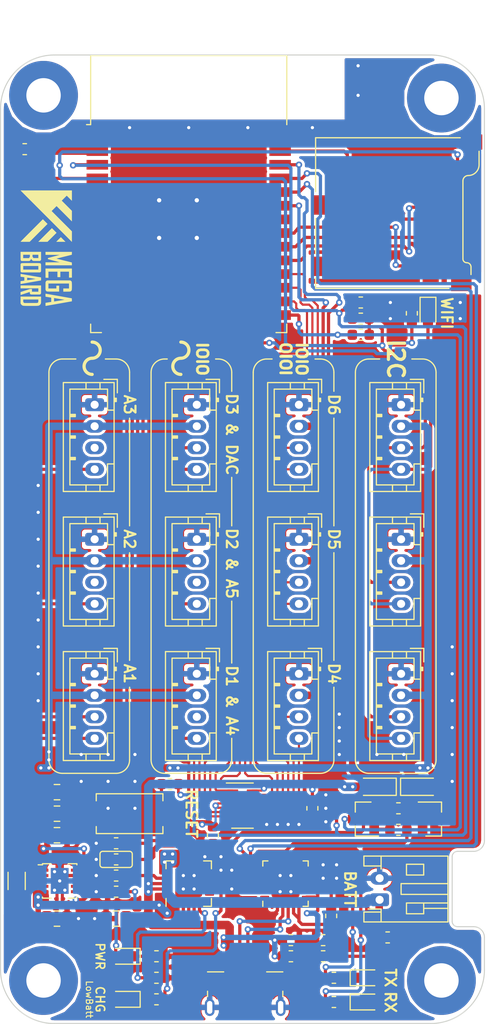
<source format=kicad_pcb>
(kicad_pcb (version 20171130) (host pcbnew 6.0.0-rc1-unknown-r14177-12567c75)
  (layers (0 F.Cu signal) (31 B.Cu signal) (34 B.Paste user) (35 F.Paste user) (36 B.SilkS user) (37 F.SilkS user) (38 B.Mask user) (39 F.Mask user) (44 Edge.Cuts user))
  (net 0 "")
  (net 1 GND)
  (net 2 EN)
  (net 3 VDD)
  (net 4 VBAT)
  (net 5 VBUS)
  (net 6 "Net-(C6-Pad1)")
  (net 7 VCC)
  (net 8 "Net-(D1-Pad1)")
  (net 9 "Net-(D2-Pad1)")
  (net 10 "Net-(D3-Pad1)")
  (net 11 "Net-(D4-Pad1)")
  (net 12 SD_MOSI)
  (net 13 SCL0)
  (net 14 MCU_TX)
  (net 15 MCU_RX)
  (net 16 SDA0)
  (net 17 /NoConnect)
  (net 18 SD_MISO)
  (net 19 SD_SCLK)
  (net 20 D6_1)
  (net 21 D6_0)
  (net 22 D5_0)
  (net 23 GPIO0)
  (net 24 /SDI_SD1)
  (net 25 /SDO_SD0)
  (net 26 /SCK_CLK)
  (net 27 /SCS_CMD)
  (net 28 /SWP_SD3)
  (net 29 /SHD_SD2)
  (net 30 D5_1)
  (net 31 D4_1)
  (net 32 D4_0)
  (net 33 D2_A5)
  (net 34 D1_A4)
  (net 35 A3_0)
  (net 36 A2_0)
  (net 37 A1_1)
  (net 38 A1_0)
  (net 39 "Net-(J3-Pad4)")
  (net 40 D-)
  (net 41 D+)
  (net 42 "Net-(J4-Pad1)")
  (net 43 "Net-(J4-Pad8)")
  (net 44 "Net-(J6-Pad3)")
  (net 45 "Net-(J7-Pad3)")
  (net 46 "Net-(J14-Pad3)")
  (net 47 "Net-(J15-Pad3)")
  (net 48 "Net-(L1-Pad2)")
  (net 49 "Net-(L1-Pad1)")
  (net 50 RTS)
  (net 51 "Net-(Q1-Pad1)")
  (net 52 DTR)
  (net 53 "Net-(Q2-Pad1)")
  (net 54 "Net-(R1-Pad2)")
  (net 55 LBO)
  (net 56 Prog3)
  (net 57 Prog1)
  (net 58 CE)
  (net 59 "Net-(R15-Pad2)")
  (net 60 "Net-(R16-Pad2)")
  (net 61 "Net-(R17-Pad2)")
  (net 62 "Net-(U1-Pad7)")
  (net 63 "Net-(U3-Pad24)")
  (net 64 "Net-(U3-Pad22)")
  (net 65 "Net-(U3-Pad18)")
  (net 66 "Net-(U3-Pad17)")
  (net 67 "Net-(U3-Pad16)")
  (net 68 "Net-(U3-Pad15)")
  (net 69 "Net-(U3-Pad12)")
  (net 70 "Net-(U3-Pad11)")
  (net 71 "Net-(U3-Pad10)")
  (net 72 "Net-(U3-Pad1)")
  (net 73 D3_DAC2_1)
  (net 74 D3_DAC1_0)
  (net 75 SD_CS)
  (net 76 /GPIO15)
  (net 77 /GPIO12)
  (net 78 "Net-(R6-Pad2)")
  (net 79 "Net-(D5-Pad1)")
  (net 80 "Net-(U1-Pad6)")
  (net 81 WIFI_LED)
  (net 82 "Net-(U4-Pad20)")
  (net 83 "Net-(U4-Pad12)")
  (net 84 "Net-(U4-Pad9)")
  (net 85 "Net-(U4-Pad10)")
  (net 86 IO_PWR)
  (net 87 D6_0P)
  (net 88 D6_1P)
  (net 89 D5_1P)
  (net 90 D5_0P)
  (net 91 D4_0P)
  (net 92 D4_1P)
  (module MountingHole:MountingHole_3.2mm_M3_Pad (layer F.Cu) (at 139 151)
    (fp_text reference REF** hide)
    (fp_text value MountingHole_3.2mm_M3_Pad)
    (pad 1 thru_hole circle (at 0 0) (size 6.4 6.4) (drill 3.2) (layers *.Cu *.Mask))
  )
  (module MountingHole:MountingHole_3.2mm_M3_Pad (layer F.Cu) (at 176 151)
    (fp_text reference REF** hide)
    (fp_text value MountingHole_3.2mm_M3_Pad)
    (pad 1 thru_hole circle (at 0 0) (size 6.4 6.4) (drill 3.2) (layers *.Cu *.Mask))
  )
  (module MountingHole:MountingHole_3.2mm_M3_Pad (layer F.Cu) (at 176 69)
    (fp_text reference REF** hide)
    (fp_text value MountingHole_3.2mm_M3_Pad)
    (pad 1 thru_hole circle (at 0 0) (size 6.4 6.4) (drill 3.2) (layers *.Cu *.Mask))
  )
  (module MountingHole:MountingHole_3.2mm_M3_Pad (layer F.Cu) (at 139 68.75)
    (fp_text reference REF** hide)
    (fp_text value MountingHole_3.2mm_M3_Pad)
    (pad 1 thru_hole circle (at 0 0) (size 6.4 6.4) (drill 3.2) (layers *.Cu *.Mask))
  )
  (module Diode_SMD:D_TUMD2 (layer F.Cu) (at 170 133 180)
    (fp_text reference D7 hide)
    (fp_text value RSX101VA-30)
    (pad 1 smd rect (at -0.65 0) (size 2 1.1) (layers F.Cu F.Paste F.Mask) (net 86 IO_PWR))
    (pad 2 smd rect (at 1.25 0) (size 0.8 1.1) (layers F.Cu F.Paste F.Mask) (net 5 VBUS))
  )
  (module Package_SON:USON-20_2x4mm_P0.4mm (layer F.Cu) (at 157.5 134.75)
    (fp_text reference U4 hide)
    (fp_text value TXB0108DQSR)
    (pad 20 smd rect (at 0.9 -1.8 270) (size 0.2 1) (layers F.Cu F.Paste F.Mask) (net 82 "Net-(U4-Pad20)"))
    (pad 19 smd rect (at 0.9 -1.4 270) (size 0.2 1) (layers F.Cu F.Paste F.Mask) (net 5 VBUS))
    (pad 18 smd rect (at 0.9 -1 270) (size 0.2 1) (layers F.Cu F.Paste F.Mask) (net 88 D6_1P))
    (pad 17 smd rect (at 0.9 -0.6 270) (size 0.2 1) (layers F.Cu F.Paste F.Mask) (net 87 D6_0P))
    (pad 16 smd rect (at 0.9 -0.2 270) (size 0.2 1) (layers F.Cu F.Paste F.Mask) (net 89 D5_1P))
    (pad 15 smd rect (at 0.9 0.2 270) (size 0.2 1) (layers F.Cu F.Paste F.Mask) (net 90 D5_0P))
    (pad 14 smd rect (at 0.9 0.6 270) (size 0.2 1) (layers F.Cu F.Paste F.Mask) (net 92 D4_1P))
    (pad 13 smd rect (at 0.9 1 270) (size 0.2 1) (layers F.Cu F.Paste F.Mask) (net 91 D4_0P))
    (pad 12 smd rect (at 0.9 1.4 270) (size 0.2 1) (layers F.Cu F.Paste F.Mask) (net 83 "Net-(U4-Pad12)"))
    (pad 11 smd rect (at 0.9 1.8 270) (size 0.2 1) (layers F.Cu F.Paste F.Mask) (net 1 GND))
    (pad 10 smd rect (at -0.9 1.8 270) (size 0.2 1) (layers F.Cu F.Paste F.Mask) (net 85 "Net-(U4-Pad10)"))
    (pad 9 smd rect (at -0.9 1.4 270) (size 0.2 1) (layers F.Cu F.Paste F.Mask) (net 84 "Net-(U4-Pad9)"))
    (pad 8 smd rect (at -0.9 1 270) (size 0.2 1) (layers F.Cu F.Paste F.Mask) (net 32 D4_0))
    (pad 7 smd rect (at -0.9 0.6 270) (size 0.2 1) (layers F.Cu F.Paste F.Mask) (net 31 D4_1))
    (pad 6 smd rect (at -0.9 0.2 270) (size 0.2 1) (layers F.Cu F.Paste F.Mask) (net 7 VCC))
    (pad 5 smd rect (at -0.9 -0.2 270) (size 0.2 1) (layers F.Cu F.Paste F.Mask) (net 7 VCC))
    (pad 4 smd rect (at -0.9 -0.6 270) (size 0.2 1) (layers F.Cu F.Paste F.Mask) (net 22 D5_0))
    (pad 3 smd rect (at -0.9 -1 270) (size 0.2 1) (layers F.Cu F.Paste F.Mask) (net 30 D5_1))
    (pad 2 smd rect (at -0.9 -1.4 270) (size 0.2 1) (layers F.Cu F.Paste F.Mask) (net 21 D6_0))
    (pad 1 smd rect (at -0.85 -1.8 270) (size 0.2 1.1) (layers F.Cu F.Paste F.Mask) (net 20 D6_1))
  )
  (module Diode_SMD:D_TUMD2 (layer F.Cu) (at 174 133)
    (fp_text reference D6 hide)
    (fp_text value RSX101VA-30)
    (pad 1 smd rect (at -0.65 0 180) (size 2 1.1) (layers F.Cu F.Paste F.Mask) (net 86 IO_PWR))
    (pad 2 smd rect (at 1.25 0 180) (size 0.8 1.1) (layers F.Cu F.Paste F.Mask) (net 7 VCC))
  )
  (module Capacitor_SMD:C_0603_1608Metric (layer F.Cu) (at 164 135 270)
    (fp_text reference C15 hide)
    (fp_text value 0.1uF)
    (pad 2 smd roundrect (at 0.7875 0 270) (size 0.875 0.95) (layers F.Cu F.Paste F.Mask) (net 1 GND))
    (pad 1 smd roundrect (at -0.7875 0 270) (size 0.875 0.95) (layers F.Cu F.Paste F.Mask) (net 5 VBUS))
  )
  (module Capacitor_SMD:C_0603_1608Metric (layer F.Cu) (at 154.75 137.5 270)
    (fp_text reference C10 hide)
    (fp_text value 0.1uF)
    (pad 2 smd roundrect (at 0.7875 0 270) (size 0.875 0.95) (layers F.Cu F.Paste F.Mask) (net 1 GND))
    (pad 1 smd roundrect (at -0.7875 0 270) (size 0.875 0.95) (layers F.Cu F.Paste F.Mask) (net 7 VCC))
  )
  (module "GiraffeTech-Inductor:L_1008(2520)" (layer F.Cu) (at 136.5 141.75 90)
    (fp_text reference L1 hide)
    (fp_text value 1.5uH)
    (pad 2 smd roundrect (at 1.35 0 90) (size 1.2 1.5) (layers F.Cu F.Paste F.Mask) (net 48 "Net-(L1-Pad2)"))
    (pad 1 smd roundrect (at -1.35 0 90) (size 1.2 1.5) (layers F.Cu F.Paste F.Mask) (net 49 "Net-(L1-Pad1)"))
  )
  (module Capacitor_SMD:C_0805_2012Metric (layer F.Cu) (at 140.25 145.25)
    (fp_text reference C5 hide)
    (fp_text value 10uF)
    (pad 2 smd roundrect (at 0.9375 0) (size 0.975 1.4) (layers F.Cu F.Paste F.Mask) (net 1 GND))
    (pad 1 smd roundrect (at -0.9375 0) (size 0.975 1.4) (layers F.Cu F.Paste F.Mask) (net 3 VDD))
  )
  (module Capacitor_SMD:C_0805_2012Metric (layer F.Cu) (at 145.75 145.25 180)
    (fp_text reference C4 hide)
    (fp_text value 10uF)
    (pad 2 smd roundrect (at 0.9375 0 180) (size 0.975 1.4) (layers F.Cu F.Paste F.Mask) (net 1 GND))
    (pad 1 smd roundrect (at -0.9375 0 180) (size 0.975 1.4) (layers F.Cu F.Paste F.Mask) (net 5 VBUS))
  )
  (module Capacitor_SMD:C_0805_2012Metric (layer F.Cu) (at 140.25 133.5)
    (fp_text reference C14 hide)
    (fp_text value 10uF)
    (pad 2 smd roundrect (at 0.9375 0) (size 0.975 1.4) (layers F.Cu F.Paste F.Mask) (net 1 GND))
    (pad 1 smd roundrect (at -0.9375 0) (size 0.975 1.4) (layers F.Cu F.Paste F.Mask) (net 7 VCC))
  )
  (module Capacitor_SMD:C_0805_2012Metric (layer F.Cu) (at 140.25 135.5)
    (fp_text reference C12 hide)
    (fp_text value 10uF)
    (pad 2 smd roundrect (at 0.9375 0) (size 0.975 1.4) (layers F.Cu F.Paste F.Mask) (net 1 GND))
    (pad 1 smd roundrect (at -0.9375 0) (size 0.975 1.4) (layers F.Cu F.Paste F.Mask) (net 7 VCC))
  )
  (module Capacitor_SMD:C_0805_2012Metric (layer F.Cu) (at 140.25 137.5)
    (fp_text reference C11 hide)
    (fp_text value 10uF)
    (pad 2 smd roundrect (at 0.9375 0) (size 0.975 1.4) (layers F.Cu F.Paste F.Mask) (net 1 GND))
    (pad 1 smd roundrect (at -0.9375 0) (size 0.975 1.4) (layers F.Cu F.Paste F.Mask) (net 7 VCC))
  )
  (module Resistor_SMD:R_0603_1608Metric (layer F.Cu) (at 150.75 132.75 180)
    (fp_text reference R6 hide)
    (fp_text value 1K)
    (pad 2 smd roundrect (at 0.7875 0 180) (size 0.875 0.95) (layers F.Cu F.Paste F.Mask) (net 78 "Net-(R6-Pad2)"))
    (pad 1 smd roundrect (at -0.7875 0 180) (size 0.875 0.95) (layers F.Cu F.Paste F.Mask) (net 2 EN))
  )
  (module GiraffeTech-Electromechanical:TTS-35-C-1-P (layer F.Cu) (at 147 135.5 180)
    (fp_text reference SW1 hide)
    (fp_text value Reset hide)
    (pad 1 smd rect (at -3.7 0 180) (size 2 1.6) (layers F.Cu F.Paste F.Mask) (net 78 "Net-(R6-Pad2)"))
    (pad 2 smd rect (at 3.7 0 180) (size 2 1.6) (layers F.Cu F.Paste F.Mask) (net 1 GND))
  )
  (module Resistor_SMD:R_0603_1608Metric (layer F.Cu) (at 173.25 89 270)
    (fp_text reference R7 hide)
    (fp_text value 1k)
    (pad 2 smd roundrect (at 0.7875 0 270) (size 0.875 0.95) (layers F.Cu F.Paste F.Mask) (net 81 WIFI_LED))
    (pad 1 smd roundrect (at -0.7875 0 270) (size 0.875 0.95) (layers F.Cu F.Paste F.Mask) (net 79 "Net-(D5-Pad1)"))
  )
  (module LED_SMD:LED_0603_1608Metric (layer F.Cu) (at 174.75 89 270)
    (fp_text reference D5 hide)
    (fp_text value GREEN)
    (pad 2 smd roundrect (at 0.7875 0 270) (size 0.875 0.95) (layers F.Cu F.Paste F.Mask) (net 7 VCC))
    (pad 1 smd roundrect (at -0.7875 0 270) (size 0.875 0.95) (layers F.Cu F.Paste F.Mask) (net 79 "Net-(D5-Pad1)"))
  )
  (module Capacitor_SMD:C_0603_1608Metric (layer F.Cu) (at 137.25 73.75 180)
    (fp_text reference C13 hide)
    (fp_text value 0.1uF)
    (pad 2 smd roundrect (at 0.7875 0 180) (size 0.875 0.95) (layers F.Cu F.Paste F.Mask) (net 1 GND))
    (pad 1 smd roundrect (at -0.7875 0 180) (size 0.875 0.95) (layers F.Cu F.Paste F.Mask) (net 7 VCC))
  )
  (module Connector_JST:JST_PH_B4B-PH-K_1x04_P2.00mm_Vertical (layer F.Cu) (at 172.25 122.5 270)
    (fp_text reference J16 hide)
    (fp_text value I2C)
    (pad 4 thru_hole oval (at 6 0 270) (size 1.2 1.75) (drill 0.75) (layers *.Cu *.Mask) (net 13 SCL0))
    (pad 3 thru_hole oval (at 4 0 270) (size 1.2 1.75) (drill 0.75) (layers *.Cu *.Mask) (net 16 SDA0))
    (pad 2 thru_hole oval (at 2 0 270) (size 1.2 1.75) (drill 0.75) (layers *.Cu *.Mask) (net 7 VCC))
    (pad 1 thru_hole roundrect (at 0 0 270) (size 1.2 1.75) (drill 0.75) (layers *.Cu *.Mask) (roundrect_rratio 0.208333) (net 1 GND))
  )
  (module Package_DFN_QFN:QFN-24-1EP_4x4mm_P0.5mm_EP2.6x2.6mm (layer F.Cu) (at 161.5 142 90)
    (fp_text reference U3 hide)
    (fp_text value CP2102N-A01-GQFN24 hide)
    (pad 24 smd roundrect (at -1.25 -1.9375 90) (size 0.25 0.825) (layers F.Cu F.Paste F.Mask) (net 63 "Net-(U3-Pad24)"))
    (pad 23 smd roundrect (at -0.75 -1.9375 90) (size 0.25 0.825) (layers F.Cu F.Paste F.Mask) (net 52 DTR))
    (pad 22 smd roundrect (at -0.25 -1.9375 90) (size 0.25 0.825) (layers F.Cu F.Paste F.Mask) (net 64 "Net-(U3-Pad22)"))
    (pad 21 smd roundrect (at 0.25 -1.9375 90) (size 0.25 0.825) (layers F.Cu F.Paste F.Mask) (net 15 MCU_RX))
    (pad 20 smd roundrect (at 0.75 -1.9375 90) (size 0.25 0.825) (layers F.Cu F.Paste F.Mask) (net 14 MCU_TX))
    (pad 19 smd roundrect (at 1.25 -1.9375 90) (size 0.25 0.825) (layers F.Cu F.Paste F.Mask) (net 50 RTS))
    (pad 18 smd roundrect (at 1.9375 -1.25 90) (size 0.825 0.25) (layers F.Cu F.Paste F.Mask) (net 65 "Net-(U3-Pad18)"))
    (pad 17 smd roundrect (at 1.9375 -0.75 90) (size 0.825 0.25) (layers F.Cu F.Paste F.Mask) (net 66 "Net-(U3-Pad17)"))
    (pad 16 smd roundrect (at 1.9375 -0.25 90) (size 0.825 0.25) (layers F.Cu F.Paste F.Mask) (net 67 "Net-(U3-Pad16)"))
    (pad 15 smd roundrect (at 1.9375 0.25 90) (size 0.825 0.25) (layers F.Cu F.Paste F.Mask) (net 68 "Net-(U3-Pad15)"))
    (pad 14 smd roundrect (at 1.9375 0.75 90) (size 0.825 0.25) (layers F.Cu F.Paste F.Mask) (net 61 "Net-(R17-Pad2)"))
    (pad 13 smd roundrect (at 1.9375 1.25 90) (size 0.825 0.25) (layers F.Cu F.Paste F.Mask) (net 60 "Net-(R16-Pad2)"))
    (pad 12 smd roundrect (at 1.25 1.9375 90) (size 0.25 0.825) (layers F.Cu F.Paste F.Mask) (net 69 "Net-(U3-Pad12)"))
    (pad 11 smd roundrect (at 0.75 1.9375 90) (size 0.25 0.825) (layers F.Cu F.Paste F.Mask) (net 70 "Net-(U3-Pad11)"))
    (pad 10 smd roundrect (at 0.25 1.9375 90) (size 0.25 0.825) (layers F.Cu F.Paste F.Mask) (net 71 "Net-(U3-Pad10)"))
    (pad 9 smd roundrect (at -0.25 1.9375 90) (size 0.25 0.825) (layers F.Cu F.Paste F.Mask) (net 59 "Net-(R15-Pad2)"))
    (pad 8 smd roundrect (at -0.75 1.9375 90) (size 0.25 0.825) (layers F.Cu F.Paste F.Mask) (net 5 VBUS))
    (pad 7 smd roundrect (at -1.25 1.9375 90) (size 0.25 0.825) (layers F.Cu F.Paste F.Mask) (net 5 VBUS))
    (pad 6 smd roundrect (at -1.9375 1.25 90) (size 0.825 0.25) (layers F.Cu F.Paste F.Mask) (net 6 "Net-(C6-Pad1)"))
    (pad 5 smd roundrect (at -1.9375 0.75 90) (size 0.825 0.25) (layers F.Cu F.Paste F.Mask) (net 6 "Net-(C6-Pad1)"))
    (pad 4 smd roundrect (at -1.9375 0.25 90) (size 0.825 0.25) (layers F.Cu F.Paste F.Mask) (net 40 D-))
    (pad 3 smd roundrect (at -1.9375 -0.25 90) (size 0.825 0.25) (layers F.Cu F.Paste F.Mask) (net 41 D+))
    (pad 2 smd roundrect (at -1.9375 -0.75 90) (size 0.825 0.25) (layers F.Cu F.Paste F.Mask) (net 1 GND))
    (pad 1 smd roundrect (at -1.9375 -1.25 90) (size 0.825 0.25) (layers F.Cu F.Paste F.Mask) (net 72 "Net-(U3-Pad1)"))
    (pad 25 smd roundrect (at 0 0 90) (size 2.6 2.6) (layers F.Cu F.Mask) (roundrect_rratio 0.096154) (net 1 GND))
  )
  (module Package_SON:VSON-10-1EP_3x3mm_P0.5mm_EP1.65x2.4mm_ThermalVias (layer F.Cu) (at 140.5 141.75)
    (fp_text reference U2 hide)
    (fp_text value TPS63001 hide)
    (pad 11 smd rect (at 0 0) (size 1.65 2.4) (layers B.Cu) (net 1 GND))
    (pad 11 thru_hole circle (at 0 0) (size 0.6 0.6) (drill 0.3) (layers *.Cu) (net 1 GND))
    (pad 11 thru_hole circle (at 0.48 0.86) (size 0.6 0.6) (drill 0.3) (layers *.Cu) (net 1 GND))
    (pad 11 thru_hole circle (at 0.48 -0.86) (size 0.6 0.6) (drill 0.3) (layers *.Cu) (net 1 GND))
    (pad 11 thru_hole circle (at -0.48 0.86) (size 0.6 0.6) (drill 0.3) (layers *.Cu) (net 1 GND))
    (pad 11 thru_hole circle (at -0.48 -0.86) (size 0.6 0.6) (drill 0.3) (layers *.Cu) (net 1 GND))
    (pad 11 smd rect (at 0.25 1.55) (size 0.28 0.7) (layers F.Cu F.Paste F.Mask) (net 1 GND))
    (pad 11 smd rect (at 0.25 -1.55) (size 0.28 0.7) (layers F.Cu F.Paste F.Mask) (net 1 GND))
    (pad 11 smd rect (at -0.25 1.55) (size 0.28 0.7) (layers F.Cu F.Paste F.Mask) (net 1 GND))
    (pad 11 smd rect (at -0.25 -1.55) (size 0.28 0.7) (layers F.Cu F.Paste F.Mask) (net 1 GND))
    (pad 11 smd rect (at 0 0) (size 1.65 2.4) (layers F.Cu F.Mask) (net 1 GND))
    (pad 10 smd rect (at 1.475 -1) (size 0.85 0.28) (layers F.Cu F.Paste F.Mask) (net 7 VCC))
    (pad 9 smd rect (at 1.475 -0.5) (size 0.85 0.28) (layers F.Cu F.Paste F.Mask) (net 1 GND))
    (pad 8 smd rect (at 1.475 0) (size 0.85 0.28) (layers F.Cu F.Paste F.Mask) (net 3 VDD))
    (pad 7 smd rect (at 1.475 0.5) (size 0.85 0.28) (layers F.Cu F.Paste F.Mask) (net 3 VDD))
    (pad 6 smd rect (at 1.475 1) (size 0.85 0.28) (layers F.Cu F.Paste F.Mask) (net 3 VDD))
    (pad 5 smd rect (at -1.475 1) (size 0.85 0.28) (layers F.Cu F.Paste F.Mask) (net 3 VDD))
    (pad 4 smd rect (at -1.475 0.5) (size 0.85 0.28) (layers F.Cu F.Paste F.Mask) (net 49 "Net-(L1-Pad1)"))
    (pad 3 smd rect (at -1.475 0) (size 0.85 0.28) (layers F.Cu F.Paste F.Mask) (net 1 GND))
    (pad 2 smd rect (at -1.475 -0.5) (size 0.85 0.28) (layers F.Cu F.Paste F.Mask) (net 48 "Net-(L1-Pad2)"))
    (pad 1 smd rect (at -1.475 -1) (size 0.85 0.28) (layers F.Cu F.Paste F.Mask) (net 7 VCC))
  )
  (module Package_DFN_QFN:QFN-20-1EP_4x4mm_P0.5mm_EP2.5x2.5mm (layer F.Cu) (at 152.5 142 90)
    (fp_text reference U1 hide)
    (fp_text value MCP73871)
    (pad 20 smd roundrect (at -1 -1.9375 90) (size 0.25 0.825) (layers F.Cu F.Paste F.Mask) (net 3 VDD))
    (pad 19 smd roundrect (at -0.5 -1.9375 90) (size 0.25 0.825) (layers F.Cu F.Paste F.Mask) (net 5 VBUS))
    (pad 18 smd roundrect (at 0 -1.9375 90) (size 0.25 0.825) (layers F.Cu F.Paste F.Mask) (net 5 VBUS))
    (pad 17 smd roundrect (at 0.5 -1.9375 90) (size 0.25 0.825) (layers F.Cu F.Paste F.Mask) (net 58 CE))
    (pad 16 smd roundrect (at 1 -1.9375 90) (size 0.25 0.825) (layers F.Cu F.Paste F.Mask) (net 4 VBAT))
    (pad 15 smd roundrect (at 1.9375 -1 90) (size 0.825 0.25) (layers F.Cu F.Paste F.Mask) (net 4 VBAT))
    (pad 14 smd roundrect (at 1.9375 -0.5 90) (size 0.825 0.25) (layers F.Cu F.Paste F.Mask) (net 4 VBAT))
    (pad 13 smd roundrect (at 1.9375 0 90) (size 0.825 0.25) (layers F.Cu F.Paste F.Mask) (net 57 Prog1))
    (pad 12 smd roundrect (at 1.9375 0.5 90) (size 0.825 0.25) (layers F.Cu F.Paste F.Mask) (net 56 Prog3))
    (pad 11 smd roundrect (at 1.9375 1 90) (size 0.825 0.25) (layers F.Cu F.Paste F.Mask) (net 1 GND))
    (pad 10 smd roundrect (at 1 1.9375 90) (size 0.25 0.825) (layers F.Cu F.Paste F.Mask) (net 1 GND))
    (pad 9 smd roundrect (at 0.5 1.9375 90) (size 0.25 0.825) (layers F.Cu F.Paste F.Mask) (net 1 GND))
    (pad 8 smd roundrect (at 0 1.9375 90) (size 0.25 0.825) (layers F.Cu F.Paste F.Mask) (net 55 LBO))
    (pad 7 smd roundrect (at -0.5 1.9375 90) (size 0.25 0.825) (layers F.Cu F.Paste F.Mask) (net 62 "Net-(U1-Pad7)"))
    (pad 6 smd roundrect (at -1 1.9375 90) (size 0.25 0.825) (layers F.Cu F.Paste F.Mask) (net 80 "Net-(U1-Pad6)"))
    (pad 5 smd roundrect (at -1.9375 1 90) (size 0.825 0.25) (layers F.Cu F.Paste F.Mask) (net 54 "Net-(R1-Pad2)"))
    (pad 4 smd roundrect (at -1.9375 0.5 90) (size 0.825 0.25) (layers F.Cu F.Paste F.Mask) (net 5 VBUS))
    (pad 3 smd roundrect (at -1.9375 0 90) (size 0.825 0.25) (layers F.Cu F.Paste F.Mask) (net 5 VBUS))
    (pad 2 smd roundrect (at -1.9375 -0.5 90) (size 0.825 0.25) (layers F.Cu F.Paste F.Mask) (net 5 VBUS))
    (pad 1 smd roundrect (at -1.9375 -1 90) (size 0.825 0.25) (layers F.Cu F.Paste F.Mask) (net 3 VDD))
    (pad 21 smd roundrect (at 0 0 90) (size 2.5 2.5) (layers F.Cu F.Mask) (roundrect_rratio 0.1) (net 1 GND))
  )
  (module Resistor_SMD:R_0603_1608Metric (layer F.Cu) (at 166 153 180)
    (fp_text reference R17 hide)
    (fp_text value 1K)
    (pad 2 smd roundrect (at 0.7875 0 180) (size 0.875 0.95) (layers F.Cu F.Paste F.Mask) (net 61 "Net-(R17-Pad2)"))
    (pad 1 smd roundrect (at -0.7875 0 180) (size 0.875 0.95) (layers F.Cu F.Paste F.Mask) (net 11 "Net-(D4-Pad1)"))
  )
  (module Resistor_SMD:R_0603_1608Metric (layer F.Cu) (at 166 150.75 180)
    (fp_text reference R16 hide)
    (fp_text value 1K)
    (pad 2 smd roundrect (at 0.7875 0 180) (size 0.875 0.95) (layers F.Cu F.Paste F.Mask) (net 60 "Net-(R16-Pad2)"))
    (pad 1 smd roundrect (at -0.7875 0 180) (size 0.875 0.95) (layers F.Cu F.Paste F.Mask) (net 10 "Net-(D3-Pad1)"))
  )
  (module Resistor_SMD:R_0603_1608Metric (layer F.Cu) (at 165.75 145 90)
    (fp_text reference R15 hide)
    (fp_text value 1K)
    (pad 2 smd roundrect (at 0.7875 0 90) (size 0.875 0.95) (layers F.Cu F.Paste F.Mask) (net 59 "Net-(R15-Pad2)"))
    (pad 1 smd roundrect (at -0.7875 0 90) (size 0.875 0.95) (layers F.Cu F.Paste F.Mask) (net 6 "Net-(C6-Pad1)"))
  )
  (module Resistor_SMD:R_0603_1608Metric (layer F.Cu) (at 145.75 141.25 180)
    (fp_text reference R14 hide)
    (fp_text value 10K)
    (pad 2 smd roundrect (at 0.7875 0 180) (size 0.875 0.95) (layers F.Cu F.Paste F.Mask) (net 1 GND))
    (pad 1 smd roundrect (at -0.7875 0 180) (size 0.875 0.95) (layers F.Cu F.Paste F.Mask) (net 58 CE))
  )
  (module Resistor_SMD:R_0603_1608Metric (layer F.Cu) (at 145.75 139.75 180)
    (fp_text reference R13 hide)
    (fp_text value ADJ.)
    (pad 2 smd roundrect (at 0.7875 0 180) (size 0.875 0.95) (layers F.Cu F.Paste F.Mask) (net 1 GND))
    (pad 1 smd roundrect (at -0.7875 0 180) (size 0.875 0.95) (layers F.Cu F.Paste F.Mask) (net 57 Prog1))
  )
  (module Resistor_SMD:R_0603_1608Metric (layer F.Cu) (at 145.75 138.25 180)
    (fp_text reference R12 hide)
    (fp_text value 10K)
    (pad 2 smd roundrect (at 0.7875 0 180) (size 0.875 0.95) (layers F.Cu F.Paste F.Mask) (net 1 GND))
    (pad 1 smd roundrect (at -0.7875 0 180) (size 0.875 0.95) (layers F.Cu F.Paste F.Mask) (net 56 Prog3))
  )
  (module Resistor_SMD:R_0603_1608Metric (layer F.Cu) (at 149.5 152.75)
    (fp_text reference R10 hide)
    (fp_text value 1k)
    (pad 2 smd roundrect (at 0.7875 0) (size 0.875 0.95) (layers F.Cu F.Paste F.Mask) (net 55 LBO))
    (pad 1 smd roundrect (at -0.7875 0) (size 0.875 0.95) (layers F.Cu F.Paste F.Mask) (net 9 "Net-(D2-Pad1)"))
  )
  (module Resistor_SMD:R_0603_1608Metric (layer F.Cu) (at 149.5 148.75)
    (fp_text reference R8 hide)
    (fp_text value 1k)
    (pad 2 smd roundrect (at 0.7875 0) (size 0.875 0.95) (layers F.Cu F.Paste F.Mask) (net 1 GND))
    (pad 1 smd roundrect (at -0.7875 0) (size 0.875 0.95) (layers F.Cu F.Paste F.Mask) (net 8 "Net-(D1-Pad1)"))
  )
  (module Resistor_SMD:R_0603_1608Metric (layer F.Cu) (at 172 137)
    (fp_text reference R5 hide)
    (fp_text value 10k)
    (pad 2 smd roundrect (at 0.7875 0) (size 0.875 0.95) (layers F.Cu F.Paste F.Mask) (net 50 RTS))
    (pad 1 smd roundrect (at -0.7875 0) (size 0.875 0.95) (layers F.Cu F.Paste F.Mask) (net 53 "Net-(Q2-Pad1)"))
  )
  (module Resistor_SMD:R_0603_1608Metric (layer F.Cu) (at 172 135 180)
    (fp_text reference R4 hide)
    (fp_text value 10k)
    (pad 2 smd roundrect (at 0.7875 0 180) (size 0.875 0.95) (layers F.Cu F.Paste F.Mask) (net 52 DTR))
    (pad 1 smd roundrect (at -0.7875 0 180) (size 0.875 0.95) (layers F.Cu F.Paste F.Mask) (net 51 "Net-(Q1-Pad1)"))
  )
  (module Resistor_SMD:R_0603_1608Metric (layer F.Cu) (at 168.5 91 180)
    (fp_text reference R3 hide)
    (fp_text value 10K)
    (pad 2 smd roundrect (at 0.7875 0 180) (size 0.875 0.95) (layers F.Cu F.Paste F.Mask) (net 23 GPIO0))
    (pad 1 smd roundrect (at -0.7875 0 180) (size 0.875 0.95) (layers F.Cu F.Paste F.Mask) (net 7 VCC))
  )
  (module Resistor_SMD:R_0603_1608Metric (layer F.Cu) (at 168.5 89.5 180)
    (fp_text reference R2 hide)
    (fp_text value 10K)
    (pad 2 smd roundrect (at 0.7875 0 180) (size 0.875 0.95) (layers F.Cu F.Paste F.Mask) (net 2 EN))
    (pad 1 smd roundrect (at -0.7875 0 180) (size 0.875 0.95) (layers F.Cu F.Paste F.Mask) (net 7 VCC))
  )
  (module Resistor_SMD:R_0603_1608Metric (layer F.Cu) (at 149.5 150.75 180)
    (fp_text reference R1 hide)
    (fp_text value 10k)
    (pad 2 smd roundrect (at 0.7875 0 180) (size 0.875 0.95) (layers F.Cu F.Paste F.Mask) (net 54 "Net-(R1-Pad2)"))
    (pad 1 smd roundrect (at -0.7875 0 180) (size 0.875 0.95) (layers F.Cu F.Paste F.Mask) (net 1 GND))
  )
  (module Package_TO_SOT_SMD:SOT-23 (layer F.Cu) (at 168.75 136 180)
    (fp_text reference Q2 hide)
    (fp_text value Q_NPN_BEC)
    (pad 3 smd rect (at 1 0 180) (size 0.9 0.8) (layers F.Cu F.Paste F.Mask) (net 23 GPIO0))
    (pad 2 smd rect (at -1 0.95 180) (size 0.9 0.8) (layers F.Cu F.Paste F.Mask) (net 52 DTR))
    (pad 1 smd rect (at -1 -0.95 180) (size 0.9 0.8) (layers F.Cu F.Paste F.Mask) (net 53 "Net-(Q2-Pad1)"))
  )
  (module Package_TO_SOT_SMD:SOT-23 (layer F.Cu) (at 175.25 136)
    (fp_text reference Q1 hide)
    (fp_text value Q_NPN_BEC)
    (pad 3 smd rect (at 1 0) (size 0.9 0.8) (layers F.Cu F.Paste F.Mask) (net 2 EN))
    (pad 2 smd rect (at -1 0.95) (size 0.9 0.8) (layers F.Cu F.Paste F.Mask) (net 50 RTS))
    (pad 1 smd rect (at -1 -0.95) (size 0.9 0.8) (layers F.Cu F.Paste F.Mask) (net 51 "Net-(Q1-Pad1)"))
  )
  (module Connector_JST:JST_PH_B4B-PH-K_1x04_P2.00mm_Vertical (layer F.Cu) (at 153.25 110 270)
    (fp_text reference J15 hide)
    (fp_text value D2/A5)
    (pad 4 thru_hole oval (at 6 0 270) (size 1.2 1.75) (drill 0.75) (layers *.Cu *.Mask) (net 33 D2_A5))
    (pad 3 thru_hole oval (at 4 0 270) (size 1.2 1.75) (drill 0.75) (layers *.Cu *.Mask) (net 47 "Net-(J15-Pad3)"))
    (pad 2 thru_hole oval (at 2 0 270) (size 1.2 1.75) (drill 0.75) (layers *.Cu *.Mask) (net 7 VCC))
    (pad 1 thru_hole roundrect (at 0 0 270) (size 1.2 1.75) (drill 0.75) (layers *.Cu *.Mask) (roundrect_rratio 0.208333) (net 1 GND))
  )
  (module Connector_JST:JST_PH_B4B-PH-K_1x04_P2.00mm_Vertical (layer F.Cu) (at 153.25 122.5 270)
    (fp_text reference J14 hide)
    (fp_text value D1/A4)
    (pad 4 thru_hole oval (at 6 0 270) (size 1.2 1.75) (drill 0.75) (layers *.Cu *.Mask) (net 34 D1_A4))
    (pad 3 thru_hole oval (at 4 0 270) (size 1.2 1.75) (drill 0.75) (layers *.Cu *.Mask) (net 46 "Net-(J14-Pad3)"))
    (pad 2 thru_hole oval (at 2 0 270) (size 1.2 1.75) (drill 0.75) (layers *.Cu *.Mask) (net 7 VCC))
    (pad 1 thru_hole roundrect (at 0 0 270) (size 1.2 1.75) (drill 0.75) (layers *.Cu *.Mask) (roundrect_rratio 0.208333) (net 1 GND))
  )
  (module Connector_JST:JST_PH_B4B-PH-K_1x04_P2.00mm_Vertical (layer F.Cu) (at 172.25 97.5 270)
    (fp_text reference J13 hide)
    (fp_text value I2C)
    (pad 4 thru_hole oval (at 6 0 270) (size 1.2 1.75) (drill 0.75) (layers *.Cu *.Mask) (net 13 SCL0))
    (pad 3 thru_hole oval (at 4 0 270) (size 1.2 1.75) (drill 0.75) (layers *.Cu *.Mask) (net 16 SDA0))
    (pad 2 thru_hole oval (at 2 0 270) (size 1.2 1.75) (drill 0.75) (layers *.Cu *.Mask) (net 7 VCC))
    (pad 1 thru_hole roundrect (at 0 0 270) (size 1.2 1.75) (drill 0.75) (layers *.Cu *.Mask) (roundrect_rratio 0.208333) (net 1 GND))
  )
  (module Connector_JST:JST_PH_B4B-PH-K_1x04_P2.00mm_Vertical (layer F.Cu) (at 172.25 110 270)
    (fp_text reference J12 hide)
    (fp_text value I2C)
    (pad 4 thru_hole oval (at 6 0 270) (size 1.2 1.75) (drill 0.75) (layers *.Cu *.Mask) (net 13 SCL0))
    (pad 3 thru_hole oval (at 4 0 270) (size 1.2 1.75) (drill 0.75) (layers *.Cu *.Mask) (net 16 SDA0))
    (pad 2 thru_hole oval (at 2 0 270) (size 1.2 1.75) (drill 0.75) (layers *.Cu *.Mask) (net 7 VCC))
    (pad 1 thru_hole roundrect (at 0 0 270) (size 1.2 1.75) (drill 0.75) (layers *.Cu *.Mask) (roundrect_rratio 0.208333) (net 1 GND))
  )
  (module Connector_JST:JST_PH_B4B-PH-K_1x04_P2.00mm_Vertical (layer F.Cu) (at 162.75 97.5 270)
    (fp_text reference J11 hide)
    (fp_text value D6)
    (pad 4 thru_hole oval (at 6 0 270) (size 1.2 1.75) (drill 0.75) (layers *.Cu *.Mask) (net 87 D6_0P))
    (pad 3 thru_hole oval (at 4 0 270) (size 1.2 1.75) (drill 0.75) (layers *.Cu *.Mask) (net 88 D6_1P))
    (pad 2 thru_hole oval (at 2 0 270) (size 1.2 1.75) (drill 0.75) (layers *.Cu *.Mask) (net 86 IO_PWR))
    (pad 1 thru_hole roundrect (at 0 0 270) (size 1.2 1.75) (drill 0.75) (layers *.Cu *.Mask) (roundrect_rratio 0.208333) (net 1 GND))
  )
  (module Connector_JST:JST_PH_B4B-PH-K_1x04_P2.00mm_Vertical (layer F.Cu) (at 162.75 110 270)
    (fp_text reference J10 hide)
    (fp_text value D5)
    (pad 4 thru_hole oval (at 6 0 270) (size 1.2 1.75) (drill 0.75) (layers *.Cu *.Mask) (net 90 D5_0P))
    (pad 3 thru_hole oval (at 4 0 270) (size 1.2 1.75) (drill 0.75) (layers *.Cu *.Mask) (net 89 D5_1P))
    (pad 2 thru_hole oval (at 2 0 270) (size 1.2 1.75) (drill 0.75) (layers *.Cu *.Mask) (net 86 IO_PWR))
    (pad 1 thru_hole roundrect (at 0 0 270) (size 1.2 1.75) (drill 0.75) (layers *.Cu *.Mask) (roundrect_rratio 0.208333) (net 1 GND))
  )
  (module Connector_JST:JST_PH_B4B-PH-K_1x04_P2.00mm_Vertical (layer F.Cu) (at 162.75 122.5 270)
    (fp_text reference J9 hide)
    (fp_text value D4)
    (pad 4 thru_hole oval (at 6 0 270) (size 1.2 1.75) (drill 0.75) (layers *.Cu *.Mask) (net 91 D4_0P))
    (pad 3 thru_hole oval (at 4 0 270) (size 1.2 1.75) (drill 0.75) (layers *.Cu *.Mask) (net 92 D4_1P))
    (pad 2 thru_hole oval (at 2 0 270) (size 1.2 1.75) (drill 0.75) (layers *.Cu *.Mask) (net 86 IO_PWR))
    (pad 1 thru_hole roundrect (at 0 0 270) (size 1.2 1.75) (drill 0.75) (layers *.Cu *.Mask) (roundrect_rratio 0.208333) (net 1 GND))
  )
  (module Connector_JST:JST_PH_B4B-PH-K_1x04_P2.00mm_Vertical (layer F.Cu) (at 153.25 97.5 270)
    (fp_text reference J8 hide)
    (fp_text value D3)
    (pad 4 thru_hole oval (at 6 0 270) (size 1.2 1.75) (drill 0.75) (layers *.Cu *.Mask) (net 74 D3_DAC1_0))
    (pad 3 thru_hole oval (at 4 0 270) (size 1.2 1.75) (drill 0.75) (layers *.Cu *.Mask) (net 73 D3_DAC2_1))
    (pad 2 thru_hole oval (at 2 0 270) (size 1.2 1.75) (drill 0.75) (layers *.Cu *.Mask) (net 7 VCC))
    (pad 1 thru_hole roundrect (at 0 0 270) (size 1.2 1.75) (drill 0.75) (layers *.Cu *.Mask) (roundrect_rratio 0.208333) (net 1 GND))
  )
  (module Connector_JST:JST_PH_B4B-PH-K_1x04_P2.00mm_Vertical (layer F.Cu) (at 143.75 97.5 270)
    (fp_text reference J7 hide)
    (fp_text value A3)
    (pad 4 thru_hole oval (at 6 0 270) (size 1.2 1.75) (drill 0.75) (layers *.Cu *.Mask) (net 35 A3_0))
    (pad 3 thru_hole oval (at 4 0 270) (size 1.2 1.75) (drill 0.75) (layers *.Cu *.Mask) (net 45 "Net-(J7-Pad3)"))
    (pad 2 thru_hole oval (at 2 0 270) (size 1.2 1.75) (drill 0.75) (layers *.Cu *.Mask) (net 7 VCC))
    (pad 1 thru_hole roundrect (at 0 0 270) (size 1.2 1.75) (drill 0.75) (layers *.Cu *.Mask) (roundrect_rratio 0.208333) (net 1 GND))
  )
  (module Connector_JST:JST_PH_B4B-PH-K_1x04_P2.00mm_Vertical (layer F.Cu) (at 143.75 110 270)
    (fp_text reference J6 hide)
    (fp_text value A2)
    (pad 4 thru_hole oval (at 6 0 270) (size 1.2 1.75) (drill 0.75) (layers *.Cu *.Mask) (net 36 A2_0))
    (pad 3 thru_hole oval (at 4 0 270) (size 1.2 1.75) (drill 0.75) (layers *.Cu *.Mask) (net 44 "Net-(J6-Pad3)"))
    (pad 2 thru_hole oval (at 2 0 270) (size 1.2 1.75) (drill 0.75) (layers *.Cu *.Mask) (net 7 VCC))
    (pad 1 thru_hole roundrect (at 0 0 270) (size 1.2 1.75) (drill 0.75) (layers *.Cu *.Mask) (roundrect_rratio 0.208333) (net 1 GND))
  )
  (module Connector_JST:JST_PH_B4B-PH-K_1x04_P2.00mm_Vertical (layer F.Cu) (at 143.75 122.5 270)
    (fp_text reference J5 hide)
    (fp_text value A1)
    (pad 4 thru_hole oval (at 6 0 270) (size 1.2 1.75) (drill 0.75) (layers *.Cu *.Mask) (net 38 A1_0))
    (pad 3 thru_hole oval (at 4 0 270) (size 1.2 1.75) (drill 0.75) (layers *.Cu *.Mask) (net 37 A1_1))
    (pad 2 thru_hole oval (at 2 0 270) (size 1.2 1.75) (drill 0.75) (layers *.Cu *.Mask) (net 7 VCC))
    (pad 1 thru_hole roundrect (at 0 0 270) (size 1.2 1.75) (drill 0.75) (layers *.Cu *.Mask) (roundrect_rratio 0.208333) (net 1 GND))
  )
  (module GiraffeTech-Connector:GTK_TFMS08TK-PP-02 (layer F.Cu) (at 175 85.7 90)
    (fp_text reference J4 hide)
    (fp_text value Micro_SD_Card hide)
    (pad 9 smd rect (at 12.61 3.85 90) (size 1.4 1.9) (layers F.Cu F.Paste F.Mask) (net 1 GND))
    (pad "" smd rect (at -0.54 2.85 90) (size 1.4 1.9) (layers F.Cu F.Paste F.Mask))
    (pad "" smd rect (at 6.76 -10.3 90) (size 1.8 1.4) (layers F.Cu F.Paste F.Mask))
    (pad "" smd rect (at 1.06 -10.3 90) (size 1.8 1.4) (layers F.Cu F.Paste F.Mask))
    (pad 1 smd rect (at 7.7 0 90) (size 0.8 1.5) (layers F.Cu F.Paste F.Mask) (net 42 "Net-(J4-Pad1)"))
    (pad 2 smd rect (at 6.6 -0.4 90) (size 0.8 1.5) (layers F.Cu F.Paste F.Mask) (net 75 SD_CS))
    (pad 3 smd rect (at 5.5 0 90) (size 0.8 1.5) (layers F.Cu F.Paste F.Mask) (net 12 SD_MOSI))
    (pad 4 smd rect (at 4.4 0.2 90) (size 0.8 1.5) (layers F.Cu F.Paste F.Mask) (net 7 VCC))
    (pad 5 smd rect (at 3.3 0 90) (size 0.8 1.5) (layers F.Cu F.Paste F.Mask) (net 19 SD_SCLK))
    (pad 6 smd rect (at 2.2 0.2 90) (size 0.8 1.5) (layers F.Cu F.Paste F.Mask) (net 1 GND))
    (pad 7 smd rect (at 1.1 0 90) (size 0.8 1.5) (layers F.Cu F.Paste F.Mask) (net 18 SD_MISO))
    (pad 8 smd rect (at 0 0 90) (size 0.8 1.5) (layers F.Cu F.Paste F.Mask) (net 43 "Net-(J4-Pad8)"))
  )
  (module GiraffeTech-Connector:USB_Micro-B_Amphenol_10118193_Horizontal (layer F.Cu) (at 157.75 153.5)
    (fp_text reference J3 hide)
    (fp_text value USB hide)
    (pad 5 smd rect (at 1.3 -2.675) (size 0.4 1.35) (layers F.Cu F.Paste F.Mask) (net 1 GND))
    (pad 4 smd rect (at 0.65 -2.675) (size 0.4 1.35) (layers F.Cu F.Paste F.Mask) (net 39 "Net-(J3-Pad4)"))
    (pad 1 smd rect (at -1.3 -2.675) (size 0.4 1.35) (layers F.Cu F.Paste F.Mask) (net 5 VBUS))
    (pad 2 smd rect (at -0.65 -2.675) (size 0.4 1.35) (layers F.Cu F.Paste F.Mask) (net 40 D-))
    (pad 3 smd rect (at 0 -2.675) (size 0.4 1.35) (layers F.Cu F.Paste F.Mask) (net 41 D+))
    (pad 6 smd rect (at 3.2 -2.45) (size 1.6 1.4) (layers F.Cu F.Paste F.Mask) (net 1 GND))
    (pad 6 smd rect (at -3.2 -2.45) (size 1.6 1.4) (layers F.Cu F.Paste F.Mask) (net 1 GND))
    (pad 6 thru_hole oval (at -3.3 0) (size 0.9 1.6) (drill oval 0.5 1.2) (layers *.Cu *.Mask) (net 1 GND))
    (pad 6 thru_hole oval (at 3.3 0) (size 0.9 1.6) (drill oval 0.5 1.2) (layers *.Cu *.Mask) (net 1 GND))
    (pad 6 smd rect (at -1.2 0) (size 1.9 1.9) (layers F.Cu F.Paste F.Mask) (net 1 GND))
    (pad 6 smd rect (at 1.2 0) (size 1.9 1.9) (layers F.Cu F.Paste F.Mask) (net 1 GND))
  )
  (module RF_Module:ESP32-WROOM-32 (layer F.Cu) (at 152.5 80.915)
    (fp_text reference J2 hide)
    (fp_text value ESP32)
    (pad 38 smd rect (at 8.5 -8.255) (size 2 0.9) (layers F.Cu F.Paste F.Mask) (net 1 GND))
    (pad 37 smd rect (at 8.5 -6.985) (size 2 0.9) (layers F.Cu F.Paste F.Mask) (net 12 SD_MOSI))
    (pad 36 smd rect (at 8.5 -5.715) (size 2 0.9) (layers F.Cu F.Paste F.Mask) (net 13 SCL0))
    (pad 35 smd rect (at 8.5 -4.445) (size 2 0.9) (layers F.Cu F.Paste F.Mask) (net 14 MCU_TX))
    (pad 34 smd rect (at 8.5 -3.175) (size 2 0.9) (layers F.Cu F.Paste F.Mask) (net 15 MCU_RX))
    (pad 33 smd rect (at 8.5 -1.905) (size 2 0.9) (layers F.Cu F.Paste F.Mask) (net 16 SDA0))
    (pad 32 smd rect (at 8.5 -0.635) (size 2 0.9) (layers F.Cu F.Paste F.Mask) (net 17 /NoConnect))
    (pad 31 smd rect (at 8.5 0.635) (size 2 0.9) (layers F.Cu F.Paste F.Mask) (net 18 SD_MISO))
    (pad 30 smd rect (at 8.5 1.905) (size 2 0.9) (layers F.Cu F.Paste F.Mask) (net 19 SD_SCLK))
    (pad 29 smd rect (at 8.5 3.175) (size 2 0.9) (layers F.Cu F.Paste F.Mask) (net 75 SD_CS))
    (pad 28 smd rect (at 8.5 4.445) (size 2 0.9) (layers F.Cu F.Paste F.Mask) (net 20 D6_1))
    (pad 27 smd rect (at 8.5 5.715) (size 2 0.9) (layers F.Cu F.Paste F.Mask) (net 21 D6_0))
    (pad 26 smd rect (at 8.5 6.985) (size 2 0.9) (layers F.Cu F.Paste F.Mask) (net 30 D5_1))
    (pad 25 smd rect (at 8.5 8.255) (size 2 0.9) (layers F.Cu F.Paste F.Mask) (net 23 GPIO0))
    (pad 24 smd rect (at 5.715 9.255 90) (size 2 0.9) (layers F.Cu F.Paste F.Mask) (net 81 WIFI_LED))
    (pad 23 smd rect (at 4.445 9.255 90) (size 2 0.9) (layers F.Cu F.Paste F.Mask) (net 76 /GPIO15))
    (pad 22 smd rect (at 3.175 9.255 90) (size 2 0.9) (layers F.Cu F.Paste F.Mask) (net 24 /SDI_SD1))
    (pad 21 smd rect (at 1.905 9.255 90) (size 2 0.9) (layers F.Cu F.Paste F.Mask) (net 25 /SDO_SD0))
    (pad 20 smd rect (at 0.635 9.255 90) (size 2 0.9) (layers F.Cu F.Paste F.Mask) (net 26 /SCK_CLK))
    (pad 19 smd rect (at -0.635 9.255 90) (size 2 0.9) (layers F.Cu F.Paste F.Mask) (net 27 /SCS_CMD))
    (pad 18 smd rect (at -1.905 9.255 90) (size 2 0.9) (layers F.Cu F.Paste F.Mask) (net 28 /SWP_SD3))
    (pad 17 smd rect (at -3.175 9.255 90) (size 2 0.9) (layers F.Cu F.Paste F.Mask) (net 29 /SHD_SD2))
    (pad 16 smd rect (at -4.445 9.255 90) (size 2 0.9) (layers F.Cu F.Paste F.Mask) (net 22 D5_0))
    (pad 15 smd rect (at -5.715 9.255 90) (size 2 0.9) (layers F.Cu F.Paste F.Mask) (net 1 GND))
    (pad 14 smd rect (at -8.5 8.255) (size 2 0.9) (layers F.Cu F.Paste F.Mask) (net 77 /GPIO12))
    (pad 13 smd rect (at -8.5 6.985) (size 2 0.9) (layers F.Cu F.Paste F.Mask) (net 31 D4_1))
    (pad 12 smd rect (at -8.5 5.715) (size 2 0.9) (layers F.Cu F.Paste F.Mask) (net 32 D4_0))
    (pad 11 smd rect (at -8.5 4.445) (size 2 0.9) (layers F.Cu F.Paste F.Mask) (net 73 D3_DAC2_1))
    (pad 10 smd rect (at -8.5 3.175) (size 2 0.9) (layers F.Cu F.Paste F.Mask) (net 74 D3_DAC1_0))
    (pad 9 smd rect (at -8.5 1.905) (size 2 0.9) (layers F.Cu F.Paste F.Mask) (net 33 D2_A5))
    (pad 8 smd rect (at -8.5 0.635) (size 2 0.9) (layers F.Cu F.Paste F.Mask) (net 34 D1_A4))
    (pad 7 smd rect (at -8.5 -0.635) (size 2 0.9) (layers F.Cu F.Paste F.Mask) (net 35 A3_0))
    (pad 6 smd rect (at -8.5 -1.905) (size 2 0.9) (layers F.Cu F.Paste F.Mask) (net 36 A2_0))
    (pad 5 smd rect (at -8.5 -3.175) (size 2 0.9) (layers F.Cu F.Paste F.Mask) (net 37 A1_1))
    (pad 4 smd rect (at -8.5 -4.445) (size 2 0.9) (layers F.Cu F.Paste F.Mask) (net 38 A1_0))
    (pad 3 smd rect (at -8.5 -5.715) (size 2 0.9) (layers F.Cu F.Paste F.Mask) (net 2 EN))
    (pad 2 smd rect (at -8.5 -6.985) (size 2 0.9) (layers F.Cu F.Paste F.Mask) (net 7 VCC))
    (pad 1 smd rect (at -8.5 -8.255) (size 2 0.9) (layers F.Cu F.Paste F.Mask) (net 1 GND))
    (pad 39 smd rect (at -1 -0.755) (size 5 5) (layers F.Cu F.Paste F.Mask) (net 1 GND))
  )
  (module Connector_JST:JST_PH_S2B-PH-K_1x02_P2.00mm_Horizontal (layer F.Cu) (at 170.25 143.5 90)
    (fp_text reference J1 hide)
    (fp_text value BattCon)
    (pad 2 thru_hole oval (at 2 0 90) (size 1.2 1.75) (drill 0.75) (layers *.Cu *.Mask) (net 1 GND))
    (pad 1 thru_hole roundrect (at 0 0 90) (size 1.2 1.75) (drill 0.75) (layers *.Cu *.Mask) (roundrect_rratio 0.208333) (net 4 VBAT))
  )
  (module LED_SMD:LED_0603_1608Metric (layer F.Cu) (at 169 153)
    (fp_text reference D4 hide)
    (fp_text value Yellow)
    (pad 2 smd roundrect (at 0.7875 0) (size 0.875 0.95) (layers F.Cu F.Paste F.Mask) (net 6 "Net-(C6-Pad1)"))
    (pad 1 smd roundrect (at -0.7875 0) (size 0.875 0.95) (layers F.Cu F.Paste F.Mask) (net 11 "Net-(D4-Pad1)"))
  )
  (module LED_SMD:LED_0603_1608Metric (layer F.Cu) (at 169 150.75)
    (fp_text reference D3 hide)
    (fp_text value Yellow)
    (pad 2 smd roundrect (at 0.7875 0) (size 0.875 0.95) (layers F.Cu F.Paste F.Mask) (net 6 "Net-(C6-Pad1)"))
    (pad 1 smd roundrect (at -0.7875 0) (size 0.875 0.95) (layers F.Cu F.Paste F.Mask) (net 10 "Net-(D3-Pad1)"))
  )
  (module LED_SMD:LED_0603_1608Metric (layer F.Cu) (at 146.5 152.75 180)
    (fp_text reference D2 hide)
    (fp_text value Red)
    (pad 2 smd roundrect (at 0.7875 0 180) (size 0.875 0.95) (layers F.Cu F.Paste F.Mask) (net 3 VDD))
    (pad 1 smd roundrect (at -0.7875 0 180) (size 0.875 0.95) (layers F.Cu F.Paste F.Mask) (net 9 "Net-(D2-Pad1)"))
  )
  (module LED_SMD:LED_0603_1608Metric (layer F.Cu) (at 146.5 148.75 180)
    (fp_text reference D1 hide)
    (fp_text value GREEN)
    (pad 2 smd roundrect (at 0.7875 0 180) (size 0.875 0.95) (layers F.Cu F.Paste F.Mask) (net 3 VDD))
    (pad 1 smd roundrect (at -0.7875 0 180) (size 0.875 0.95) (layers F.Cu F.Paste F.Mask) (net 8 "Net-(D1-Pad1)"))
  )
  (module Capacitor_SMD:C_0603_1608Metric (layer F.Cu) (at 162 147.25)
    (fp_text reference C9 hide)
    (fp_text value 0.1uF)
    (pad 2 smd roundrect (at 0.7875 0) (size 0.875 0.95) (layers F.Cu F.Paste F.Mask) (net 1 GND))
    (pad 1 smd roundrect (at -0.7875 0) (size 0.875 0.95) (layers F.Cu F.Paste F.Mask) (net 5 VBUS))
  )
  (module Capacitor_SMD:C_0603_1608Metric (layer F.Cu) (at 165 148.75 180)
    (fp_text reference C8 hide)
    (fp_text value 0.1uF)
    (pad 2 smd roundrect (at 0.7875 0 180) (size 0.875 0.95) (layers F.Cu F.Paste F.Mask) (net 1 GND))
    (pad 1 smd roundrect (at -0.7875 0 180) (size 0.875 0.95) (layers F.Cu F.Paste F.Mask) (net 6 "Net-(C6-Pad1)"))
  )
  (module Capacitor_SMD:C_0603_1608Metric (layer F.Cu) (at 162 148.75)
    (fp_text reference C7 hide)
    (fp_text value 4.7uF)
    (pad 2 smd roundrect (at 0.7875 0) (size 0.875 0.95) (layers F.Cu F.Paste F.Mask) (net 1 GND))
    (pad 1 smd roundrect (at -0.7875 0) (size 0.875 0.95) (layers F.Cu F.Paste F.Mask) (net 5 VBUS))
  )
  (module Capacitor_SMD:C_0603_1608Metric (layer F.Cu) (at 165 147.25 180)
    (fp_text reference C6 hide)
    (fp_text value 4.7uF)
    (pad 2 smd roundrect (at 0.7875 0 180) (size 0.875 0.95) (layers F.Cu F.Paste F.Mask) (net 1 GND))
    (pad 1 smd roundrect (at -0.7875 0 180) (size 0.875 0.95) (layers F.Cu F.Paste F.Mask) (net 6 "Net-(C6-Pad1)"))
  )
  (module Capacitor_SMD:C_0603_1608Metric (layer F.Cu) (at 171 147)
    (fp_text reference C3 hide)
    (fp_text value 4.7uF)
    (pad 2 smd roundrect (at 0.7875 0) (size 0.875 0.95) (layers F.Cu F.Paste F.Mask) (net 1 GND))
    (pad 1 smd roundrect (at -0.7875 0) (size 0.875 0.95) (layers F.Cu F.Paste F.Mask) (net 4 VBAT))
  )
  (module Capacitor_SMD:C_0603_1608Metric (layer F.Cu) (at 145.75 142.75 180)
    (fp_text reference C2 hide)
    (fp_text value 4.7uF)
    (pad 2 smd roundrect (at 0.7875 0 180) (size 0.875 0.95) (layers F.Cu F.Paste F.Mask) (net 1 GND))
    (pad 1 smd roundrect (at -0.7875 0 180) (size 0.875 0.95) (layers F.Cu F.Paste F.Mask) (net 3 VDD))
  )
  (module Capacitor_SMD:C_0603_1608Metric (layer F.Cu) (at 168.5 88)
    (fp_text reference C1 hide)
    (fp_text value 1nF)
    (pad 2 smd roundrect (at 0.7875 0) (size 0.875 0.95) (layers F.Cu F.Paste F.Mask) (net 1 GND))
    (pad 1 smd roundrect (at -0.7875 0) (size 0.875 0.95) (layers F.Cu F.Paste F.Mask) (net 2 EN))
  )
  (module GiraffeTech-Utility:MakerPlayground_Mega_BB_logo (layer F.Cu) (at 139.25 83 270)
    (fp_text reference G*** hide)
    (fp_text value LOGO hide)
  )
  (gr_arc (start 144.5 140.25) (end 144.25 140.25) (angle -90) (layer F.SilkS) (width 0.12))
  (gr_arc (start 144.5 139.25) (end 144.5 139) (angle -90) (layer F.SilkS) (width 0.12))
  (gr_arc (start 147 140.25) (end 147 140.5) (angle -90) (layer F.SilkS) (width 0.12))
  (gr_arc (start 147 139.25) (end 147.25 139.25) (angle -90) (layer F.SilkS) (width 0.12))
  (gr_line (start 169.25 93.25) (end 170.25 93.25) (layer F.SilkS) (width 0.12))
  (gr_line (start 174.25 93.25) (end 173.25 93.25) (layer F.SilkS) (width 0.12))
  (gr_line (start 150.25 93.25) (end 150.5 93.25) (layer F.SilkS) (width 0.12))
  (gr_line (start 155.25 93.25) (end 155 93.25) (layer F.SilkS) (width 0.12))
  (gr_text OIOI (at 161.5 93.25 270) (layer F.SilkS) (effects (font (size 1 1) (thickness 0.25))))
  (gr_line (start 147 139) (end 144.5 139) (layer F.SilkS) (width 0.12))
  (gr_line (start 147.25 140.25) (end 147.25 139.25) (layer F.SilkS) (width 0.12))
  (gr_line (start 144.5 140.5) (end 147 140.5) (layer F.SilkS) (width 0.12))
  (gr_line (start 144.25 139.25) (end 144.25 140.25) (layer F.SilkS) (width 0.12))
  (gr_arc (start 169.25 130.5) (end 168 130.5) (angle -90) (layer F.SilkS) (width 0.12))
  (gr_arc (start 174.25 130.5) (end 174.25 131.75) (angle -90) (layer F.SilkS) (width 0.12))
  (gr_line (start 169.25 131.75) (end 174.25 131.75) (layer F.SilkS) (width 0.12))
  (gr_arc (start 174.25 94.5) (end 175.5 94.5) (angle -90) (layer F.SilkS) (width 0.12))
  (gr_line (start 175.5 94.5) (end 175.5 130.5) (layer F.SilkS) (width 0.12))
  (gr_line (start 168 94.5) (end 168 130.5) (layer F.SilkS) (width 0.12))
  (gr_arc (start 169.25 94.5) (end 169.25 93.25) (angle -90) (layer F.SilkS) (width 0.12))
  (gr_line (start 166 130.5) (end 166 123.75) (layer F.SilkS) (width 0.12))
  (gr_arc (start 164.75 130.5) (end 164.75 131.75) (angle -90) (layer F.SilkS) (width 0.12))
  (gr_arc (start 159.75 130.5) (end 158.5 130.5) (angle -90) (layer F.SilkS) (width 0.12))
  (gr_line (start 159.75 131.75) (end 164.75 131.75) (layer F.SilkS) (width 0.12))
  (gr_text D4 (at 166 122.5 270) (layer F.SilkS) (effects (font (size 1 1) (thickness 0.2))))
  (gr_line (start 166 111.25) (end 166 121.25) (layer F.SilkS) (width 0.12))
  (gr_text D5 (at 166 110 270) (layer F.SilkS) (effects (font (size 1 1) (thickness 0.2))))
  (gr_line (start 166 98.75) (end 166 108.75) (layer F.SilkS) (width 0.12))
  (gr_text D6 (at 166 97.5 270) (layer F.SilkS) (effects (font (size 1 1) (thickness 0.2))))
  (gr_line (start 166 94.5) (end 166 96.25) (layer F.SilkS) (width 0.12))
  (gr_text IOIO (at 163 93.25 270) (layer F.SilkS) (effects (font (size 1 1) (thickness 0.25))))
  (gr_arc (start 164.75 94.5) (end 166 94.5) (angle -90) (layer F.SilkS) (width 0.12))
  (gr_arc (start 159.75 94.5) (end 159.75 93.25) (angle -90) (layer F.SilkS) (width 0.12))
  (gr_line (start 158.5 94.5) (end 158.5 130.5) (layer F.SilkS) (width 0.12))
  (gr_line (start 164.75 93.25) (end 164.25 93.25) (layer F.SilkS) (width 0.12))
  (gr_line (start 159.75 93.25) (end 160.25 93.25) (layer F.SilkS) (width 0.12))
  (gr_line (start 156.5 130.5) (end 156.5 128.5) (layer F.SilkS) (width 0.12))
  (gr_line (start 150.25 131.75) (end 155.25 131.75) (layer F.SilkS) (width 0.12))
  (gr_arc (start 150.25 130.5) (end 149 130.5) (angle -90) (layer F.SilkS) (width 0.12))
  (gr_arc (start 155.25 130.5) (end 155.25 131.75) (angle -90) (layer F.SilkS) (width 0.12))
  (gr_text "D1 & A4" (at 156.5 125 270) (layer F.SilkS) (effects (font (size 1 1) (thickness 0.2))))
  (gr_line (start 156.5 115.75) (end 156.5 121.5) (layer F.SilkS) (width 0.12))
  (gr_text "D2 & A5" (at 156.5 112.25 270) (layer F.SilkS) (effects (font (size 1 1) (thickness 0.2))))
  (gr_line (start 156.5 104.25) (end 156.5 108.75) (layer F.SilkS) (width 0.12))
  (gr_text "D3 & DAC" (at 156.5 100.25 270) (layer F.SilkS) (effects (font (size 1 1) (thickness 0.2))))
  (gr_arc (start 151.768879 93.929363) (end 151.768879 93.179363) (angle -180) (layer F.SilkS) (width 0.3))
  (gr_arc (start 151.768879 92.429363) (end 151.768879 93.179363) (angle -180) (layer F.SilkS) (width 0.3))
  (gr_arc (start 155.25 94.5) (end 156.5 94.5) (angle -90) (layer F.SilkS) (width 0.12))
  (gr_arc (start 150.25 94.5) (end 150.25 93.25) (angle -90) (layer F.SilkS) (width 0.12))
  (gr_line (start 149 94.5) (end 149 130.5) (layer F.SilkS) (width 0.12))
  (gr_line (start 156.5 94.5) (end 156.5 96.25) (layer F.SilkS) (width 0.12))
  (gr_line (start 140.75 131.75) (end 145.75 131.75) (layer F.SilkS) (width 0.12))
  (gr_arc (start 140.75 130.5) (end 139.5 130.5) (angle -90) (layer F.SilkS) (width 0.12))
  (gr_arc (start 145.75 130.5) (end 145.75 131.75) (angle -90) (layer F.SilkS) (width 0.12))
  (gr_line (start 147 123.75) (end 147 130.5) (layer F.SilkS) (width 0.12))
  (gr_text A1 (at 147 122.5 270) (layer F.SilkS) (effects (font (size 1 1) (thickness 0.2))))
  (gr_line (start 147 111.25) (end 147 121.25) (layer F.SilkS) (width 0.12))
  (gr_text A2 (at 147 110 270) (layer F.SilkS) (effects (font (size 1 1) (thickness 0.2))))
  (gr_line (start 147 94.5) (end 147 96.25) (layer F.SilkS) (width 0.12))
  (gr_text A3 (at 147 97.5 270) (layer F.SilkS) (effects (font (size 1 1) (thickness 0.2))))
  (gr_line (start 145.75 93.25) (end 144.75 93.25) (layer F.SilkS) (width 0.12))
  (gr_line (start 140.75 93.25) (end 142 93.25) (layer F.SilkS) (width 0.12))
  (gr_text RESET (at 152.75 135.5 270) (layer F.SilkS) (effects (font (size 1 1) (thickness 0.2))))
  (gr_text BATT (at 167.5 142.5 270) (layer F.SilkS) (effects (font (size 1 1) (thickness 0.2))))
  (gr_text WIFI (at 176.5 89 270) (layer F.SilkS) (effects (font (size 1 1) (thickness 0.2))))
  (gr_text LowBatt (at 143.25 152.75 270) (layer F.SilkS) (effects (font (size 0.6 0.6) (thickness 0.1))))
  (gr_text CHG (at 144.25 152.75 270) (layer F.SilkS) (effects (font (size 0.8 0.8))))
  (gr_text PWR (at 144.25 148.75 270) (layer F.SilkS) (effects (font (size 0.8 0.8))))
  (gr_text IOIO (at 153.75 93.25 270) (layer F.SilkS) (effects (font (size 1 1) (thickness 0.25))))
  (gr_line (start 139.5 94.5) (end 139.5 130.5) (layer F.SilkS) (width 0.12))
  (gr_line (start 147 98.75) (end 147 108.75) (layer F.SilkS) (width 0.12))
  (gr_arc (start 145.75 94.5) (end 147 94.5) (angle -90) (layer F.SilkS) (width 0.12))
  (gr_arc (start 140.75 94.5) (end 140.75 93.25) (angle -90) (layer F.SilkS) (width 0.12))
  (gr_arc (start 143.518879 93.929363) (end 143.518879 93.179363) (angle -180) (layer F.SilkS) (width 0.3))
  (gr_arc (start 143.518879 92.429363) (end 143.518879 93.179363) (angle -180) (layer F.SilkS) (width 0.3))
  (gr_text I2C (at 171.75 93.25 270) (layer F.SilkS) (effects (font (size 1.5 1.5) (thickness 0.3))))
  (gr_text RX (at 171.25 153 270) (layer F.SilkS) (effects (font (size 1 1) (thickness 0.2))))
  (gr_text TX (at 171.25 150.75 270) (layer F.SilkS) (effects (font (size 1 1) (thickness 0.2))))
  (gr_line (start 177.5 139) (end 179 139) (layer Edge.Cuts) (width 0.1))
  (gr_arc (start 179 138) (end 179 139) (angle -90) (layer Edge.Cuts) (width 0.1))
  (gr_arc (start 179 147) (end 180 147) (angle -90) (layer Edge.Cuts) (width 0.1))
  (gr_line (start 177 139.5) (end 177 145.5) (layer Edge.Cuts) (width 0.1))
  (gr_line (start 177.5 146) (end 179 146) (layer Edge.Cuts) (width 0.1))
  (gr_line (start 180 150) (end 180 147) (layer Edge.Cuts) (width 0.1))
  (gr_arc (start 177.5 145.5) (end 177 145.5) (angle -90) (layer Edge.Cuts) (width 0.1))
  (gr_arc (start 177.5 139.5) (end 177.5 139) (angle -90) (layer Edge.Cuts) (width 0.1))
  (gr_arc (start 175 150) (end 175 155) (angle -90) (layer Edge.Cuts) (width 0.1))
  (gr_arc (start 140 150) (end 135 150) (angle -90) (layer Edge.Cuts) (width 0.1))
  (gr_arc (start 175 70) (end 180 70) (angle -90) (layer Edge.Cuts) (width 0.1))
  (gr_arc (start 140 70) (end 140 65) (angle -90) (layer Edge.Cuts) (width 0.1))
  (gr_line (start 180 70) (end 180 138) (layer Edge.Cuts) (width 0.1))
  (gr_line (start 135 70) (end 135 150) (layer Edge.Cuts) (width 0.1))
  (gr_line (start 140 155) (end 175 155) (layer Edge.Cuts) (width 0.1))
  (gr_line (start 140 65) (end 175 65) (layer Edge.Cuts) (width 0.1))
  (via (at 149.75 82) (size 0.8) (drill 0.4) (layers F.Cu B.Cu) (net 1))
  (via (at 153.25 82) (size 0.8) (drill 0.4) (layers F.Cu B.Cu) (net 1))
  (via (at 153.25 78.5) (size 0.8) (drill 0.4) (layers F.Cu B.Cu) (net 1))
  (via (at 149.75 78.5) (size 0.8) (drill 0.4) (layers F.Cu B.Cu) (net 1))
  (via (at 155.5 140.75) (size 0.6) (drill 0.3) (layers F.Cu B.Cu) (net 1))
  (via (at 154 139.5) (size 0.6) (drill 0.3) (layers F.Cu B.Cu) (net 1))
  (via (at 147 71.75) (size 0.6) (drill 0.3) (layers F.Cu B.Cu) (net 1))
  (via (at 158 71.75) (size 0.6) (drill 0.3) (layers F.Cu B.Cu) (net 1))
  (via (at 152.5 71.75) (size 0.6) (drill 0.3) (layers F.Cu B.Cu) (net 1))
  (segment (start 140.25 140.2) (end 140.25 139.75) (width 0.3) (layer F.Cu) (net 1))
  (segment (start 140.75 140.2) (end 140.75 139.75) (width 0.3) (layer F.Cu) (net 1))
  (segment (start 140.25 139.75) (end 140.75 139.75) (width 0.3) (layer F.Cu) (net 1))
  (segment (start 139.025 141.75) (end 140.5 141.75) (width 0.3) (layer F.Cu) (net 1))
  (segment (start 141 141.25) (end 140.5 141.75) (width 0.3) (layer F.Cu) (net 1))
  (segment (start 141.975 141.25) (end 141 141.25) (width 0.3) (layer F.Cu) (net 1))
  (segment (start 140.5 141.75) (end 140.5 139.75) (width 0.3) (layer B.Cu) (net 1))
  (segment (start 140.5 141.75) (end 138.25 141.75) (width 0.3) (layer B.Cu) (net 1))
  (segment (start 140.5 141.75) (end 142.75 141.75) (width 0.3) (layer B.Cu) (net 1))
  (segment (start 141.975 141.25) (end 143.25 141.25) (width 0.3) (layer F.Cu) (net 1))
  (segment (start 143.25 141.25) (end 143.25 141.25) (width 0.3) (layer F.Cu) (net 1))
  (via (at 143.9 141.25) (size 0.6) (drill 0.3) (layers F.Cu B.Cu) (net 1))
  (via (at 143.9 139.75) (size 0.6) (drill 0.3) (layers F.Cu B.Cu) (net 1))
  (segment (start 140.25 143.3) (end 140.25 144) (width 0.3) (layer F.Cu) (net 1))
  (segment (start 140.75 143.3) (end 140.75 144) (width 0.3) (layer F.Cu) (net 1))
  (segment (start 160.75 143.9375) (end 160.75 144.5) (width 0.3) (layer F.Cu) (net 1))
  (segment (start 160.75 144.5) (end 160.5 144.75) (width 0.3) (layer F.Cu) (net 1))
  (segment (start 160.5 144.75) (end 160.25 144.75) (width 0.3) (layer F.Cu) (net 1))
  (via (at 143.9 142.75) (size 0.6) (drill 0.3) (layers F.Cu B.Cu) (net 1))
  (via (at 143.9 138.25) (size 0.6) (drill 0.3) (layers F.Cu B.Cu) (net 1))
  (segment (start 150.2875 150.75) (end 150.599999 150.75) (width 0.3) (layer F.Cu) (net 1))
  (via (at 143.75 145.25) (size 0.6) (drill 0.3) (layers F.Cu B.Cu) (net 1))
  (via (at 142.25 145.25) (size 0.6) (drill 0.3) (layers F.Cu B.Cu) (net 1))
  (segment (start 154.4375 141) (end 153.5 141) (width 0.3) (layer F.Cu) (net 1))
  (segment (start 153 141.5) (end 152.5 142) (width 0.3) (layer F.Cu) (net 1))
  (segment (start 154.4375 141.5) (end 153 141.5) (width 0.3) (layer F.Cu) (net 1))
  (segment (start 153.5 141) (end 152.5 142) (width 0.3) (layer F.Cu) (net 1))
  (segment (start 153.5 140.0625) (end 153.5 141) (width 0.3) (layer F.Cu) (net 1))
  (segment (start 160.75 142.75) (end 161.5 142) (width 0.3) (layer F.Cu) (net 1))
  (segment (start 160.75 143.9375) (end 160.75 142.75) (width 0.3) (layer F.Cu) (net 1))
  (via (at 161 142.75) (size 0.6) (drill 0.3) (layers F.Cu B.Cu) (net 1))
  (via (at 162 142.75) (size 0.6) (drill 0.3) (layers F.Cu B.Cu) (net 1))
  (via (at 152 141.25) (size 0.6) (drill 0.3) (layers F.Cu B.Cu) (net 1))
  (via (at 153 141.25) (size 0.6) (drill 0.3) (layers F.Cu B.Cu) (net 1))
  (via (at 153 142.5) (size 0.6) (drill 0.3) (layers F.Cu B.Cu) (net 1))
  (via (at 152 142.5) (size 0.6) (drill 0.3) (layers F.Cu B.Cu) (net 1))
  (via (at 161 141.25) (size 0.6) (drill 0.3) (layers F.Cu B.Cu) (net 1))
  (via (at 162 141.25) (size 0.6) (drill 0.3) (layers F.Cu B.Cu) (net 1))
  (via (at 168.25 66) (size 0.6) (drill 0.3) (layers F.Cu B.Cu) (net 1))
  (via (at 168.25 68.75) (size 0.6) (drill 0.3) (layers F.Cu B.Cu) (net 1))
  (via (at 164 71.75) (size 0.6) (drill 0.3) (layers F.Cu B.Cu) (net 1))
  (segment (start 140.25 139.75) (end 140.25 139.75) (width 0.3) (layer F.Cu) (net 1))
  (segment (start 140.25 139.75) (end 140.25 139.75) (width 0.3) (layer F.Cu) (net 1))
  (via (at 143.9 141.25) (size 0.6) (drill 0.3) (layers F.Cu B.Cu) (net 1))
  (via (at 138.5 125) (size 0.6) (drill 0.3) (layers F.Cu B.Cu) (net 1))
  (via (at 138.5 122.5) (size 0.6) (drill 0.3) (layers F.Cu B.Cu) (net 1))
  (via (at 138.5 120) (size 0.6) (drill 0.3) (layers F.Cu B.Cu) (net 1))
  (via (at 138.5 117.5) (size 0.6) (drill 0.3) (layers F.Cu B.Cu) (net 1))
  (via (at 138.5 115) (size 0.6) (drill 0.3) (layers F.Cu B.Cu) (net 1))
  (via (at 138.5 110) (size 0.6) (drill 0.3) (layers F.Cu B.Cu) (net 1))
  (via (at 138.5 112.5) (size 0.6) (drill 0.3) (layers F.Cu B.Cu) (net 1))
  (via (at 138.5 105) (size 0.6) (drill 0.3) (layers F.Cu B.Cu) (net 1))
  (via (at 138.5 107.5) (size 0.6) (drill 0.3) (layers F.Cu B.Cu) (net 1))
  (segment (start 158.4 136.55) (end 160.2 136.55) (width 0.2) (layer F.Cu) (net 1))
  (via (at 165.25 133.75) (size 0.6) (drill 0.3) (layers F.Cu B.Cu) (net 1))
  (via (at 165.25 136.25) (size 0.6) (drill 0.3) (layers F.Cu B.Cu) (net 1))
  (via (at 165.25 135) (size 0.6) (drill 0.3) (layers F.Cu B.Cu) (net 1))
  (via (at 165 140.25) (size 0.6) (drill 0.3) (layers F.Cu B.Cu) (net 1))
  (via (at 165 141.5) (size 0.6) (drill 0.3) (layers F.Cu B.Cu) (net 1))
  (via (at 166.25 141.5) (size 0.6) (drill 0.3) (layers F.Cu B.Cu) (net 1))
  (via (at 166.25 140.25) (size 0.6) (drill 0.3) (layers F.Cu B.Cu) (net 1))
  (via (at 162.75 136.5) (size 0.6) (drill 0.3) (layers F.Cu B.Cu) (net 1))
  (via (at 161.75 136.5) (size 0.6) (drill 0.3) (layers F.Cu B.Cu) (net 1))
  (via (at 159.75 136.5) (size 0.6) (drill 0.3) (layers F.Cu B.Cu) (net 1))
  (via (at 160.75 136.5) (size 0.6) (drill 0.3) (layers F.Cu B.Cu) (net 1))
  (via (at 177 132.5) (size 0.6) (drill 0.3) (layers F.Cu B.Cu) (net 1))
  (via (at 171.25 88) (size 0.6) (drill 0.3) (layers F.Cu B.Cu) (net 1))
  (via (at 171.25 89.5) (size 0.6) (drill 0.3) (layers F.Cu B.Cu) (net 1))
  (via (at 177.75 88) (size 0.6) (drill 0.3) (layers F.Cu B.Cu) (net 1))
  (via (at 177.75 89.5) (size 0.6) (drill 0.3) (layers F.Cu B.Cu) (net 1))
  (via (at 177 130) (size 0.6) (drill 0.3) (layers F.Cu B.Cu) (net 1))
  (via (at 177 127.5) (size 0.6) (drill 0.3) (layers F.Cu B.Cu) (net 1))
  (via (at 177 125) (size 0.6) (drill 0.3) (layers F.Cu B.Cu) (net 1))
  (via (at 177 122.5) (size 0.6) (drill 0.3) (layers F.Cu B.Cu) (net 1))
  (via (at 177 120) (size 0.6) (drill 0.3) (layers F.Cu B.Cu) (net 1))
  (via (at 172.5 130) (size 0.6) (drill 0.3) (layers F.Cu B.Cu) (net 1))
  (via (at 170 130) (size 0.6) (drill 0.3) (layers F.Cu B.Cu) (net 1))
  (via (at 147.5 130) (size 0.6) (drill 0.3) (layers F.Cu B.Cu) (net 1))
  (via (at 145 130) (size 0.6) (drill 0.3) (layers F.Cu B.Cu) (net 1))
  (via (at 142.5 130) (size 0.6) (drill 0.3) (layers F.Cu B.Cu) (net 1))
  (via (at 145 132.5) (size 0.6) (drill 0.3) (layers F.Cu B.Cu) (net 1))
  (via (at 147.5 132.5) (size 0.6) (drill 0.3) (layers F.Cu B.Cu) (net 1))
  (via (at 142.5 132.5) (size 0.6) (drill 0.3) (layers F.Cu B.Cu) (net 1))
  (via (at 145 135) (size 0.6) (drill 0.3) (layers F.Cu B.Cu) (net 1))
  (via (at 147.5 135) (size 0.6) (drill 0.3) (layers F.Cu B.Cu) (net 1))
  (via (at 166.5 130) (size 0.6) (drill 0.3) (layers F.Cu B.Cu) (net 1))
  (via (at 166.5 128.75) (size 0.6) (drill 0.3) (layers F.Cu B.Cu) (net 1))
  (via (at 166.5 127.5) (size 0.6) (drill 0.3) (layers F.Cu B.Cu) (net 1))
  (via (at 166.5 126.25) (size 0.6) (drill 0.3) (layers F.Cu B.Cu) (net 1))
  (via (at 156.5 140.75) (size 0.6) (drill 0.3) (layers F.Cu B.Cu) (net 1))
  (via (at 156.5 142.5) (size 0.6) (drill 0.3) (layers F.Cu B.Cu) (net 1))
  (via (at 155.5 139.5) (size 0.6) (drill 0.3) (layers F.Cu B.Cu) (net 1))
  (segment (start 144 75.2) (end 141.8 75.2) (width 0.3) (layer F.Cu) (net 2))
  (via (at 141.75 75.25) (size 0.6) (drill 0.3) (layers F.Cu B.Cu) (net 2))
  (segment (start 141.8 75.2) (end 141.75 75.25) (width 0.3) (layer F.Cu) (net 2))
  (segment (start 141.75 75.25) (end 146.5 75.25) (width 0.3) (layer B.Cu) (net 2))
  (segment (start 146.5 75.25) (end 161.5 75.25) (width 0.3) (layer B.Cu) (net 2))
  (segment (start 161.5 75.25) (end 161.75 75.25) (width 0.3) (layer B.Cu) (net 2))
  (segment (start 161.75 75.25) (end 162 75.5) (width 0.3) (layer B.Cu) (net 2))
  (segment (start 162 75.5) (end 162 80) (width 0.3) (layer B.Cu) (net 2))
  (segment (start 162 80) (end 162 88.5) (width 0.3) (layer B.Cu) (net 2))
  (segment (start 162 88.5) (end 162.25 88.75) (width 0.3) (layer B.Cu) (net 2))
  (segment (start 162.25 88.75) (end 166 88.75) (width 0.3) (layer B.Cu) (net 2))
  (segment (start 166 88.75) (end 166.25 88.75) (width 0.3) (layer B.Cu) (net 2))
  (via (at 166.5 89) (size 0.6) (drill 0.3) (layers F.Cu B.Cu) (net 2))
  (segment (start 166.25 88.75) (end 166.5 89) (width 0.3) (layer B.Cu) (net 2))
  (segment (start 167.662501 88.700001) (end 167.7125 88.75) (width 0.3) (layer F.Cu) (net 2))
  (segment (start 166.799999 88.700001) (end 167.662501 88.700001) (width 0.3) (layer F.Cu) (net 2))
  (segment (start 166.5 89) (end 166.799999 88.700001) (width 0.3) (layer F.Cu) (net 2))
  (segment (start 167.7125 88) (end 167.7125 88.75) (width 0.3) (layer F.Cu) (net 2))
  (segment (start 167.7125 88.75) (end 167.7125 89.5) (width 0.3) (layer F.Cu) (net 2))
  (segment (start 178.25 137.25) (end 178 137.5) (width 0.3) (layer B.Cu) (net 2))
  (segment (start 178 90.25) (end 178.25 90.5) (width 0.3) (layer B.Cu) (net 2))
  (segment (start 178.25 90.5) (end 178.25 137.25) (width 0.3) (layer B.Cu) (net 2))
  (segment (start 166.5 89) (end 166.5 90) (width 0.3) (layer B.Cu) (net 2))
  (segment (start 166.75 90.25) (end 178 90.25) (width 0.3) (layer B.Cu) (net 2))
  (segment (start 166.5 90) (end 166.75 90.25) (width 0.3) (layer B.Cu) (net 2))
  (via (at 151.75 133.75) (size 0.6) (drill 0.3) (layers F.Cu B.Cu) (net 2))
  (segment (start 151.5375 132.75) (end 151.5375 133.5375) (width 0.25) (layer F.Cu) (net 2))
  (segment (start 151.5375 133.5375) (end 151.75 133.75) (width 0.25) (layer F.Cu) (net 2))
  (segment (start 153 137.25) (end 153 134) (width 0.3) (layer B.Cu) (net 2))
  (segment (start 153 134) (end 152.75 133.75) (width 0.3) (layer B.Cu) (net 2))
  (segment (start 160.75 137.5) (end 153.25 137.5) (width 0.3) (layer B.Cu) (net 2))
  (segment (start 152.75 133.75) (end 151.75 133.75) (width 0.3) (layer B.Cu) (net 2))
  (segment (start 153.25 137.5) (end 153 137.25) (width 0.3) (layer B.Cu) (net 2))
  (segment (start 178 137.5) (end 166.75 137.5) (width 0.3) (layer B.Cu) (net 2))
  (segment (start 166.5 137.5) (end 166.25 137.25) (width 0.3) (layer B.Cu) (net 2))
  (segment (start 166.5 137.5) (end 160.75 137.5) (width 0.3) (layer B.Cu) (net 2))
  (segment (start 166.75 137.5) (end 166.5 137.5) (width 0.3) (layer B.Cu) (net 2))
  (via (at 166.25 136.6) (size 0.6) (drill 0.3) (layers F.Cu B.Cu) (net 2))
  (segment (start 166.25 137.25) (end 166.25 136.6) (width 0.3) (layer B.Cu) (net 2))
  (segment (start 176.25 134.25) (end 176.25 136) (width 0.3) (layer F.Cu) (net 2))
  (segment (start 176 134) (end 176.25 134.25) (width 0.3) (layer F.Cu) (net 2))
  (segment (start 166.25 136.6) (end 166.25 134.25) (width 0.3) (layer F.Cu) (net 2))
  (segment (start 166.5 134) (end 176 134) (width 0.3) (layer F.Cu) (net 2))
  (segment (start 166.25 134.25) (end 166.5 134) (width 0.3) (layer F.Cu) (net 2))
  (segment (start 142.75 143.5) (end 142 143.5) (width 0.3) (layer F.Cu) (net 3))
  (segment (start 141.975 142.25) (end 142.75 142.25) (width 0.3) (layer F.Cu) (net 3))
  (segment (start 138.5 144) (end 138.5 143.25) (width 0.8) (layer B.Cu) (net 3))
  (segment (start 146.5375 142.75) (end 147.5 142.75) (width 0.3) (layer F.Cu) (net 3))
  (segment (start 142 143.5) (end 142 144) (width 0.3) (layer B.Cu) (net 3))
  (segment (start 143 143.25) (end 142.75 143.5) (width 0.3) (layer F.Cu) (net 3))
  (segment (start 138.5 145.025) (end 138.725 145.25) (width 0.5) (layer F.Cu) (net 3))
  (segment (start 145.7125 147.7875) (end 145.75 147.75) (width 0.3) (layer F.Cu) (net 3))
  (segment (start 141.975 142.25) (end 141.975 142.75) (width 0.3) (layer F.Cu) (net 3))
  (segment (start 145.7125 148.75) (end 145.7125 147.7875) (width 0.3) (layer F.Cu) (net 3))
  (segment (start 142.75 142.25) (end 143 142.5) (width 0.3) (layer F.Cu) (net 3))
  (segment (start 138.5 144) (end 138.5 145.025) (width 0.5) (layer F.Cu) (net 3))
  (via (at 138.5 143.25) (size 0.6) (drill 0.3) (layers F.Cu B.Cu) (net 3))
  (segment (start 145.75 147.75) (end 145.75 146.65576) (width 0.3) (layer B.Cu) (net 3))
  (segment (start 143 142.5) (end 143 143.25) (width 0.3) (layer F.Cu) (net 3))
  (segment (start 142 144) (end 145.75 144) (width 0.8) (layer B.Cu) (net 3))
  (segment (start 145.75 146.65576) (end 145.75 144) (width 0.3) (layer B.Cu) (net 3))
  (segment (start 138.725 145.25) (end 139.3125 145.25) (width 0.5) (layer F.Cu) (net 3))
  (segment (start 147.5 143.75) (end 147.25 144) (width 0.3) (layer B.Cu) (net 3))
  (via (at 142 143.5) (size 0.6) (drill 0.3) (layers F.Cu B.Cu) (net 3))
  (via (at 138.5 144) (size 0.6) (drill 0.3) (layers F.Cu B.Cu) (net 3))
  (segment (start 147.5 142.75) (end 147.5 143.75) (width 0.3) (layer B.Cu) (net 3))
  (segment (start 138.5 144) (end 142 144) (width 0.8) (layer B.Cu) (net 3))
  (via (at 145.75 147.75) (size 0.6) (drill 0.3) (layers F.Cu B.Cu) (net 3))
  (segment (start 141.975 141.75) (end 141.975 142.25) (width 0.3) (layer F.Cu) (net 3))
  (segment (start 145.7125 152.75) (end 145.7125 148.75) (width 0.3) (layer F.Cu) (net 3))
  (via (at 147.5 142.75) (size 0.6) (drill 0.3) (layers F.Cu B.Cu) (net 3))
  (segment (start 149.75 144) (end 150.5 144.75) (width 0.8) (layer B.Cu) (net 3))
  (segment (start 145.75 144) (end 149.75 144) (width 0.8) (layer B.Cu) (net 3))
  (via (at 149.75 144) (size 0.6) (drill 0.3) (layers F.Cu B.Cu) (net 3))
  (via (at 150.5 144.75) (size 0.6) (drill 0.3) (layers F.Cu B.Cu) (net 3))
  (via (at 150.25 139.25) (size 0.6) (drill 0.3) (layers F.Cu B.Cu) (net 4))
  (via (at 151 140) (size 0.6) (drill 0.3) (layers F.Cu B.Cu) (net 4))
  (via (at 150.25 140) (size 0.6) (drill 0.3) (layers F.Cu B.Cu) (net 4))
  (via (at 151 139.25) (size 0.6) (drill 0.3) (layers F.Cu B.Cu) (net 4))
  (segment (start 170.2125 143.5375) (end 170.25 143.5) (width 0.7) (layer F.Cu) (net 4))
  (segment (start 170.2125 147) (end 170.2125 143.5375) (width 0.7) (layer F.Cu) (net 4))
  (segment (start 169.25 143.5) (end 169 143.75) (width 1) (layer B.Cu) (net 4))
  (segment (start 170.25 143.5) (end 169.25 143.5) (width 1) (layer B.Cu) (net 4))
  (segment (start 169 143.75) (end 156.75 143.75) (width 1) (layer B.Cu) (net 4))
  (segment (start 156.75 143.75) (end 151.25 143.75) (width 1) (layer B.Cu) (net 4))
  (segment (start 151.25 143.75) (end 150.5 143) (width 1) (layer B.Cu) (net 4))
  (segment (start 150.5 143) (end 150.5 140) (width 1) (layer B.Cu) (net 4))
  (segment (start 150.25 140) (end 150.25 139.25) (width 0.8) (layer B.Cu) (net 4))
  (segment (start 151 140) (end 151 139.25) (width 0.8) (layer B.Cu) (net 4))
  (segment (start 150.25 139.25) (end 151 139.25) (width 0.8) (layer B.Cu) (net 4))
  (segment (start 150.25 140) (end 151 140) (width 0.8) (layer B.Cu) (net 4))
  (segment (start 156.4 151.3) (end 156.4 148.1) (width 0.5) (layer F.Cu) (net 5))
  (segment (start 152 143.9375) (end 152 145.75) (width 0.3) (layer F.Cu) (net 5))
  (segment (start 152.5 143.9375) (end 152.5 145.75) (width 0.3) (layer F.Cu) (net 5))
  (segment (start 150.5625 142.5) (end 149 142.5) (width 0.3) (layer F.Cu) (net 5))
  (segment (start 150.5625 142) (end 148.75 142) (width 0.3) (layer F.Cu) (net 5))
  (segment (start 149 142) (end 148.75 142.25) (width 0.3) (layer F.Cu) (net 5))
  (segment (start 149 142.5) (end 148.75 142.75) (width 0.3) (layer F.Cu) (net 5))
  (segment (start 156.3 149.75) (end 156.3 151.3) (width 0.5) (layer F.Cu) (net 5))
  (segment (start 156.3 148.1) (end 156.3 149.75) (width 0.5) (layer F.Cu) (net 5))
  (segment (start 148.75 145.5) (end 149.100001 145.850001) (width 0.8) (layer F.Cu) (net 5))
  (segment (start 156.100001 145.850001) (end 156.3 146.05) (width 0.8) (layer F.Cu) (net 5))
  (segment (start 148.75 144.75) (end 148.75 145.5) (width 0.8) (layer F.Cu) (net 5))
  (via (at 155.75 147) (size 0.6) (drill 0.3) (layers F.Cu B.Cu) (net 5))
  (segment (start 156.3 146.05) (end 156.3 147) (width 0.8) (layer F.Cu) (net 5))
  (via (at 163.5 144.75) (size 0.6) (drill 0.3) (layers F.Cu B.Cu) (net 5))
  (segment (start 164.5 146.75) (end 164.5 145) (width 0.5) (layer B.Cu) (net 5))
  (segment (start 164.25 147) (end 164.5 146.75) (width 0.5) (layer B.Cu) (net 5))
  (segment (start 163.5 144.75) (end 164.25 144.75) (width 0.5) (layer B.Cu) (net 5))
  (segment (start 164.25 144.75) (end 164.5 145) (width 0.5) (layer B.Cu) (net 5))
  (segment (start 163.4375 142.75) (end 164.25 142.75) (width 0.3) (layer F.Cu) (net 5))
  (segment (start 164.25 142.75) (end 164.5 143) (width 0.3) (layer F.Cu) (net 5))
  (segment (start 164.5 144.5) (end 164.25 144.75) (width 0.3) (layer F.Cu) (net 5))
  (segment (start 164.25 144.75) (end 163.5 144.75) (width 0.3) (layer F.Cu) (net 5))
  (segment (start 164.25 143.25) (end 164.5 143.5) (width 0.3) (layer F.Cu) (net 5))
  (segment (start 163.4375 143.25) (end 164.25 143.25) (width 0.3) (layer F.Cu) (net 5))
  (segment (start 164.5 143) (end 164.5 143.5) (width 0.3) (layer F.Cu) (net 5))
  (segment (start 164.5 143.5) (end 164.5 144.5) (width 0.3) (layer F.Cu) (net 5))
  (via (at 155.75 147.75) (size 0.6) (drill 0.3) (layers F.Cu B.Cu) (net 5))
  (segment (start 155.75 147) (end 156.3 147) (width 0.5) (layer F.Cu) (net 5))
  (segment (start 155.75 147.75) (end 156.3 147.75) (width 0.5) (layer F.Cu) (net 5))
  (segment (start 156.3 147) (end 156.3 147.75) (width 0.8) (layer F.Cu) (net 5))
  (segment (start 156.3 147.75) (end 156.3 149.75) (width 0.8) (layer F.Cu) (net 5))
  (segment (start 155.75 147) (end 155.75 147.75) (width 0.5) (layer F.Cu) (net 5))
  (segment (start 155.75 147) (end 159.5 147) (width 0.5) (layer B.Cu) (net 5))
  (via (at 160.5 147.25) (size 0.6) (drill 0.3) (layers F.Cu B.Cu) (net 5))
  (via (at 160.5 148.75) (size 0.6) (drill 0.3) (layers F.Cu B.Cu) (net 5))
  (segment (start 148.25 145.25) (end 146.75 145.25) (width 0.8) (layer F.Cu) (net 5))
  (segment (start 148.75 144.75) (end 148.25 145.25) (width 0.8) (layer F.Cu) (net 5))
  (segment (start 160.25 147) (end 160.5 147.25) (width 0.5) (layer B.Cu) (net 5))
  (segment (start 160.25 147) (end 164.25 147) (width 0.5) (layer B.Cu) (net 5))
  (segment (start 159.5 147) (end 160.25 147) (width 0.5) (layer B.Cu) (net 5))
  (segment (start 160.5 147.25) (end 160.5 148.75) (width 0.5) (layer B.Cu) (net 5))
  (segment (start 161.2125 147.25) (end 160.5 147.25) (width 0.5) (layer F.Cu) (net 5))
  (segment (start 161.2125 148.75) (end 160.5 148.75) (width 0.5) (layer F.Cu) (net 5))
  (segment (start 153 143.9375) (end 153 145.850001) (width 0.3) (layer F.Cu) (net 5))
  (segment (start 149.100001 145.850001) (end 153 145.850001) (width 0.8) (layer F.Cu) (net 5))
  (segment (start 153 145.850001) (end 156.100001 145.850001) (width 0.8) (layer F.Cu) (net 5))
  (segment (start 148.75 142) (end 149 142) (width 0.3) (layer F.Cu) (net 5))
  (via (at 148.75 142) (size 0.6) (drill 0.3) (layers F.Cu B.Cu) (net 5))
  (via (at 148.75 142.75) (size 0.6) (drill 0.3) (layers F.Cu B.Cu) (net 5))
  (segment (start 148.75 142) (end 148.75 133) (width 0.8) (layer B.Cu) (net 5))
  (segment (start 148.75 133) (end 149 132.75) (width 0.8) (layer B.Cu) (net 5))
  (segment (start 149 132.75) (end 152.25 132.75) (width 0.8) (layer B.Cu) (net 5))
  (via (at 159.5 133.15) (size 0.6) (drill 0.3) (layers F.Cu B.Cu) (net 5))
  (segment (start 158.4 133.35) (end 159.3 133.35) (width 0.2) (layer F.Cu) (net 5))
  (segment (start 159.3 133.35) (end 159.5 133.15) (width 0.2) (layer F.Cu) (net 5))
  (segment (start 159.5 133.15) (end 159.5 132.75) (width 0.2) (layer B.Cu) (net 5))
  (segment (start 152.25 132.75) (end 159.5 132.75) (width 0.8) (layer B.Cu) (net 5))
  (via (at 167.75 133) (size 0.6) (drill 0.3) (layers F.Cu B.Cu) (net 5))
  (via (at 167 133) (size 0.6) (drill 0.3) (layers F.Cu B.Cu) (net 5))
  (segment (start 164.5 132.75) (end 166.75 132.75) (width 0.8) (layer B.Cu) (net 5))
  (segment (start 167 133) (end 166.75 132.75) (width 0.8) (layer B.Cu) (net 5))
  (segment (start 167 133) (end 167.75 133) (width 0.8) (layer B.Cu) (net 5))
  (via (at 164 133.25) (size 0.6) (drill 0.3) (layers F.Cu B.Cu) (net 5))
  (segment (start 164 134.2125) (end 164 133.25) (width 0.3) (layer F.Cu) (net 5))
  (segment (start 164 133.25) (end 164 132.75) (width 0.3) (layer B.Cu) (net 5))
  (segment (start 159.5 132.75) (end 164 132.75) (width 0.8) (layer B.Cu) (net 5))
  (segment (start 164 132.75) (end 164.5 132.75) (width 0.8) (layer B.Cu) (net 5))
  (segment (start 168.75 133) (end 167 133) (width 0.8) (layer F.Cu) (net 5))
  (segment (start 148.75 142) (end 148.75 144.75) (width 0.8) (layer F.Cu) (net 5))
  (segment (start 148.75 142) (end 148.75 142.75) (width 0.8) (layer B.Cu) (net 5))
  (segment (start 162.25 143.9375) (end 162.25 144.75) (width 0.3) (layer F.Cu) (net 6))
  (segment (start 162.25 144.75) (end 162.5 145) (width 0.3) (layer F.Cu) (net 6))
  (segment (start 162.5 145) (end 162.75 145.25) (width 0.3) (layer F.Cu) (net 6))
  (segment (start 162.75 143.9375) (end 162.75 145.25) (width 0.3) (layer F.Cu) (net 6))
  (segment (start 162.75 145.25) (end 162.75 145.5) (width 0.3) (layer F.Cu) (net 6))
  (segment (start 163.0375 145.7875) (end 165.75 145.7875) (width 0.3) (layer F.Cu) (net 6))
  (segment (start 162.75 145.5) (end 163.0375 145.7875) (width 0.3) (layer F.Cu) (net 6))
  (segment (start 165.7875 147.25) (end 165.7875 148.75) (width 0.3) (layer F.Cu) (net 6))
  (segment (start 165.7875 145.825) (end 165.75 145.7875) (width 0.3) (layer F.Cu) (net 6))
  (segment (start 165.7875 147.25) (end 165.7875 145.825) (width 0.3) (layer F.Cu) (net 6))
  (segment (start 169.7875 149.0375) (end 169.7875 150.75) (width 0.3) (layer F.Cu) (net 6))
  (segment (start 165.7875 148.75) (end 169.5 148.75) (width 0.3) (layer F.Cu) (net 6))
  (segment (start 169.5 148.75) (end 169.7875 149.0375) (width 0.3) (layer F.Cu) (net 6))
  (segment (start 169.7875 150.75) (end 169.7875 153) (width 0.3) (layer F.Cu) (net 6))
  (segment (start 135.75 134.75) (end 135.75 75.5) (width 0.7) (layer F.Cu) (net 7))
  (segment (start 135.75 75.5) (end 136 75.25) (width 0.7) (layer F.Cu) (net 7))
  (segment (start 136 75.25) (end 139 75.25) (width 0.7) (layer F.Cu) (net 7))
  (segment (start 139 75.25) (end 139.25 75) (width 0.7) (layer F.Cu) (net 7))
  (segment (start 139.25 75) (end 139.25 74.25) (width 0.7) (layer F.Cu) (net 7))
  (segment (start 139.25 74.25) (end 139.57 73.93) (width 0.7) (layer F.Cu) (net 7))
  (segment (start 138.75 73.75) (end 139.25 74.25) (width 0.3) (layer F.Cu) (net 7))
  (segment (start 138.0375 73.75) (end 138.75 73.75) (width 0.3) (layer F.Cu) (net 7))
  (segment (start 140.5 73.93) (end 140.5 75) (width 0.3) (layer F.Cu) (net 7))
  (segment (start 140.5 73.93) (end 144 73.93) (width 0.7) (layer F.Cu) (net 7))
  (segment (start 139.57 73.93) (end 140.5 73.93) (width 0.7) (layer F.Cu) (net 7))
  (segment (start 140.5 75) (end 140.5 75.25) (width 0.3) (layer F.Cu) (net 7))
  (via (at 140.5 75.25) (size 0.6) (drill 0.3) (layers F.Cu B.Cu) (net 7))
  (segment (start 140.5 75.25) (end 140.5 74.25) (width 0.3) (layer B.Cu) (net 7))
  (segment (start 140.5 74.25) (end 140.75 74) (width 0.3) (layer B.Cu) (net 7))
  (via (at 177.5 74.25) (size 0.6) (drill 0.3) (layers F.Cu B.Cu) (net 7))
  (segment (start 140.75 74) (end 177.25 74) (width 0.3) (layer B.Cu) (net 7))
  (segment (start 177.25 74) (end 177.5 74.25) (width 0.3) (layer B.Cu) (net 7))
  (segment (start 139.5 99.5) (end 143.75 99.5) (width 0.7) (layer B.Cu) (net 7))
  (segment (start 143.75 99.5) (end 153.25 99.5) (width 0.7) (layer B.Cu) (net 7))
  (segment (start 143.75 112) (end 153.25 112) (width 0.7) (layer B.Cu) (net 7))
  (segment (start 143.75 124.5) (end 153.25 124.5) (width 0.7) (layer B.Cu) (net 7))
  (segment (start 143.75 124.5) (end 139.5 124.5) (width 0.7) (layer B.Cu) (net 7))
  (segment (start 143.75 112) (end 139.5 112) (width 0.7) (layer B.Cu) (net 7))
  (segment (start 140.5 76.25) (end 140.5 75.25) (width 0.3) (layer B.Cu) (net 7))
  (segment (start 140.75 76.5) (end 140.5 76.25) (width 0.3) (layer B.Cu) (net 7))
  (segment (start 161.75 92) (end 161.5 91.75) (width 0.3) (layer B.Cu) (net 7))
  (via (at 170.5 92) (size 0.6) (drill 0.3) (layers F.Cu B.Cu) (net 7))
  (segment (start 161.5 91.75) (end 161.5 76.75) (width 0.3) (layer B.Cu) (net 7))
  (segment (start 170.5 92) (end 161.75 92) (width 0.3) (layer B.Cu) (net 7))
  (segment (start 161.5 76.75) (end 161.25 76.5) (width 0.3) (layer B.Cu) (net 7))
  (segment (start 161.25 76.5) (end 140.75 76.5) (width 0.3) (layer B.Cu) (net 7))
  (via (at 139.5 131.25) (size 0.6) (drill 0.3) (layers F.Cu B.Cu) (net 7))
  (via (at 139.5 130.5) (size 0.6) (drill 0.3) (layers F.Cu B.Cu) (net 7))
  (via (at 139.5 129.75) (size 0.6) (drill 0.3) (layers F.Cu B.Cu) (net 7))
  (via (at 142.75 138.75) (size 0.6) (drill 0.3) (layers F.Cu B.Cu) (net 7))
  (segment (start 139.5 102.25) (end 139.5 99.5) (width 0.7) (layer B.Cu) (net 7))
  (segment (start 139.5 131.25) (end 139.5 102.25) (width 0.7) (layer B.Cu) (net 7))
  (segment (start 169.2875 90.25) (end 170.25 90.25) (width 0.3) (layer F.Cu) (net 7))
  (segment (start 169.2875 90.25) (end 169.2875 91) (width 0.3) (layer F.Cu) (net 7))
  (segment (start 169.2875 89.5) (end 169.2875 90.25) (width 0.3) (layer F.Cu) (net 7))
  (segment (start 170.25 90.25) (end 170.5 90.5) (width 0.3) (layer F.Cu) (net 7))
  (segment (start 170.5 90.5) (end 170.5 92) (width 0.3) (layer F.Cu) (net 7))
  (segment (start 174.75 89.7875) (end 174.75 92.25) (width 0.3) (layer F.Cu) (net 7))
  (segment (start 174.5 92.5) (end 170.75 92.5) (width 0.3) (layer F.Cu) (net 7))
  (segment (start 174.75 92.25) (end 174.5 92.5) (width 0.3) (layer F.Cu) (net 7))
  (segment (start 170.75 92.5) (end 170.5 92.25) (width 0.3) (layer F.Cu) (net 7))
  (segment (start 170.5 92.25) (end 170.5 92) (width 0.3) (layer F.Cu) (net 7))
  (via (at 155 134.75) (size 0.6) (drill 0.3) (layers F.Cu B.Cu) (net 7))
  (segment (start 155.2 134.55) (end 155 134.75) (width 0.2) (layer F.Cu) (net 7))
  (segment (start 156.6 134.55) (end 155.2 134.55) (width 0.2) (layer F.Cu) (net 7))
  (segment (start 155.2 134.95) (end 155 134.75) (width 0.2) (layer F.Cu) (net 7))
  (segment (start 156.6 134.95) (end 155.2 134.95) (width 0.2) (layer F.Cu) (net 7))
  (segment (start 142.75 140.5) (end 142.75 138.75) (width 0.3) (layer F.Cu) (net 7))
  (segment (start 141.975 140.75) (end 142.5 140.75) (width 0.3) (layer F.Cu) (net 7))
  (segment (start 142.5 140.75) (end 142.75 140.5) (width 0.3) (layer F.Cu) (net 7))
  (via (at 153.75 136.5) (size 0.6) (drill 0.3) (layers F.Cu B.Cu) (net 7))
  (segment (start 153.75 136.5) (end 154.75 136.5) (width 0.2) (layer B.Cu) (net 7))
  (segment (start 154.75 136.5) (end 155 136.25) (width 0.2) (layer B.Cu) (net 7))
  (segment (start 155 136.25) (end 155 134.75) (width 0.2) (layer B.Cu) (net 7))
  (via (at 138.75 131.25) (size 0.6) (drill 0.3) (layers F.Cu B.Cu) (net 7))
  (segment (start 138.75 131.25) (end 139.5 131.25) (width 0.7) (layer B.Cu) (net 7))
  (via (at 150.75 131.25) (size 0.6) (drill 0.3) (layers F.Cu B.Cu) (net 7))
  (via (at 151.5 131.25) (size 0.6) (drill 0.3) (layers F.Cu B.Cu) (net 7))
  (segment (start 138.75 131.25) (end 151.5 131.25) (width 0.7) (layer F.Cu) (net 7))
  (segment (start 172.25 124.5) (end 174.75 124.5) (width 0.7) (layer B.Cu) (net 7))
  (segment (start 172.25 112) (end 174.75 112) (width 0.7) (layer B.Cu) (net 7))
  (segment (start 174.75 124.5) (end 174.75 112) (width 0.7) (layer B.Cu) (net 7))
  (segment (start 174.75 112) (end 174.75 99.75) (width 0.7) (layer B.Cu) (net 7))
  (segment (start 174.5 99.5) (end 172.25 99.5) (width 0.7) (layer B.Cu) (net 7))
  (segment (start 174.75 99.75) (end 174.5 99.5) (width 0.7) (layer B.Cu) (net 7))
  (segment (start 174.75 131.25) (end 174.75 124.5) (width 0.7) (layer B.Cu) (net 7))
  (segment (start 174.75 131.25) (end 174.75 131.25) (width 0.7) (layer B.Cu) (net 7))
  (via (at 174.75 131.25) (size 0.6) (drill 0.3) (layers F.Cu B.Cu) (net 7))
  (via (at 174 131.25) (size 0.6) (drill 0.3) (layers F.Cu B.Cu) (net 7))
  (segment (start 175.25 131.75) (end 174.75 131.25) (width 0.7) (layer F.Cu) (net 7))
  (segment (start 175.25 133) (end 175.25 131.75) (width 0.7) (layer F.Cu) (net 7))
  (segment (start 152.5 131.5) (end 152.25 131.25) (width 0.3) (layer F.Cu) (net 7))
  (segment (start 152.25 131.25) (end 151.5 131.25) (width 0.3) (layer F.Cu) (net 7))
  (segment (start 154.75 136.7125) (end 154.75 136.5) (width 0.3) (layer F.Cu) (net 7))
  (segment (start 154.75 136.5) (end 154.5 136.25) (width 0.3) (layer F.Cu) (net 7))
  (segment (start 152.75 136.25) (end 152.5 136) (width 0.3) (layer F.Cu) (net 7))
  (segment (start 152.5 136) (end 152.5 131.5) (width 0.3) (layer F.Cu) (net 7))
  (segment (start 153.75 136.5) (end 153.75 136.25) (width 0.3) (layer F.Cu) (net 7))
  (segment (start 154.5 136.25) (end 153.75 136.25) (width 0.3) (layer F.Cu) (net 7))
  (segment (start 153.75 136.25) (end 152.75 136.25) (width 0.3) (layer F.Cu) (net 7))
  (via (at 139 138.75) (size 0.6) (drill 0.3) (layers F.Cu B.Cu) (net 7))
  (segment (start 139 138.75) (end 142.75 138.75) (width 0.3) (layer B.Cu) (net 7))
  (segment (start 150.75 131.25) (end 174.75 131.25) (width 0.7) (layer B.Cu) (net 7))
  (segment (start 174.75 131.25) (end 174 131.25) (width 0.7) (layer F.Cu) (net 7))
  (segment (start 175.2 81.35) (end 177.4 81.35) (width 0.3) (layer F.Cu) (net 7))
  (segment (start 177.5 81.25) (end 177.5 74.25) (width 0.3) (layer F.Cu) (net 7))
  (segment (start 177.4 81.35) (end 177.5 81.25) (width 0.3) (layer F.Cu) (net 7))
  (segment (start 147.2875 148.75) (end 148.7125 148.75) (width 0.3) (layer F.Cu) (net 8))
  (segment (start 147.2875 152.75) (end 148.7125 152.75) (width 0.3) (layer F.Cu) (net 9))
  (segment (start 166.7875 150.75) (end 168.175 150.75) (width 0.3) (layer F.Cu) (net 10))
  (segment (start 166.7875 153) (end 168.2125 153) (width 0.3) (layer F.Cu) (net 11))
  (segment (start 167.5 80.25) (end 175 80.25) (width 0.3) (layer F.Cu) (net 12))
  (segment (start 167.25 80) (end 167.5 80.25) (width 0.3) (layer F.Cu) (net 12))
  (segment (start 167.25 74.25) (end 167.25 80) (width 0.3) (layer F.Cu) (net 12))
  (segment (start 161 73.93) (end 166.93 73.93) (width 0.3) (layer F.Cu) (net 12))
  (segment (start 166.93 73.93) (end 167.25 74.25) (width 0.3) (layer F.Cu) (net 12))
  (via (at 166.5 88) (size 0.6) (drill 0.3) (layers F.Cu B.Cu) (net 13))
  (segment (start 174.75 103.5) (end 172.25 103.5) (width 0.3) (layer F.Cu) (net 13))
  (segment (start 165.5 89) (end 165.5 94) (width 0.3) (layer F.Cu) (net 13))
  (segment (start 165.5 94) (end 165.75 94.25) (width 0.3) (layer F.Cu) (net 13))
  (segment (start 175 103.25) (end 174.75 103.5) (width 0.3) (layer F.Cu) (net 13))
  (segment (start 165.75 94.25) (end 174.75 94.25) (width 0.3) (layer F.Cu) (net 13))
  (segment (start 166.5 88) (end 165.5 89) (width 0.3) (layer F.Cu) (net 13))
  (segment (start 175 94.5) (end 175 103.25) (width 0.3) (layer F.Cu) (net 13))
  (segment (start 174.75 94.25) (end 175 94.5) (width 0.3) (layer F.Cu) (net 13))
  (segment (start 169.25 115.75) (end 169.5 116) (width 0.3) (layer B.Cu) (net 13))
  (segment (start 169.5 103.5) (end 169.25 103.75) (width 0.3) (layer B.Cu) (net 13))
  (segment (start 169.25 115.5) (end 169.25 128.25) (width 0.3) (layer B.Cu) (net 13))
  (segment (start 169.25 103.75) (end 169.25 115.5) (width 0.3) (layer B.Cu) (net 13))
  (segment (start 169.25 128.25) (end 169.5 128.5) (width 0.3) (layer B.Cu) (net 13))
  (segment (start 169.5 116) (end 172.25 116) (width 0.3) (layer B.Cu) (net 13))
  (segment (start 169.5 128.5) (end 172.25 128.5) (width 0.3) (layer B.Cu) (net 13))
  (segment (start 172.25 103.5) (end 169.5 103.5) (width 0.3) (layer B.Cu) (net 13))
  (segment (start 163.5 79.5) (end 163.25 79.75) (width 0.3) (layer B.Cu) (net 13))
  (via (at 162.75 75.2) (size 0.6) (drill 0.3) (layers F.Cu B.Cu) (net 13))
  (segment (start 162.75 75.2) (end 161 75.2) (width 0.3) (layer F.Cu) (net 13))
  (segment (start 163.5 78.5) (end 163.5 79.5) (width 0.3) (layer B.Cu) (net 13))
  (segment (start 163.25 78.25) (end 163.5 78.5) (width 0.3) (layer B.Cu) (net 13))
  (segment (start 163 78.25) (end 163.25 78.25) (width 0.3) (layer B.Cu) (net 13))
  (segment (start 162.75 75.2) (end 162.75 78) (width 0.3) (layer B.Cu) (net 13))
  (segment (start 162.75 78) (end 163 78.25) (width 0.3) (layer B.Cu) (net 13))
  (segment (start 166.5 87.5) (end 166.5 88) (width 0.3) (layer B.Cu) (net 13))
  (segment (start 166.25 87.25) (end 166.5 87.5) (width 0.3) (layer B.Cu) (net 13))
  (segment (start 163.5 87.25) (end 166.25 87.25) (width 0.3) (layer B.Cu) (net 13))
  (segment (start 163.25 79.75) (end 163.25 87) (width 0.3) (layer B.Cu) (net 13))
  (segment (start 163.25 87) (end 163.5 87.25) (width 0.3) (layer B.Cu) (net 13))
  (via (at 163.5 76) (size 0.6) (drill 0.3) (layers F.Cu B.Cu) (net 14))
  (via (at 158.25 138.75) (size 0.6) (drill 0.3) (layers F.Cu B.Cu) (net 14))
  (segment (start 158.5 141.25) (end 159.5625 141.25) (width 0.3) (layer F.Cu) (net 14))
  (segment (start 158.5 141.25) (end 158.25 141) (width 0.3) (layer F.Cu) (net 14))
  (segment (start 158.25 141) (end 158.25 138.75) (width 0.3) (layer F.Cu) (net 14))
  (segment (start 163.03 76.47) (end 163.5 76) (width 0.3) (layer F.Cu) (net 14))
  (segment (start 161 76.47) (end 163.03 76.47) (width 0.3) (layer F.Cu) (net 14))
  (segment (start 164.75 80) (end 164.75 76.25) (width 0.3) (layer B.Cu) (net 14))
  (segment (start 164.5 86) (end 164.5 80.25) (width 0.3) (layer B.Cu) (net 14))
  (segment (start 164.75 86.25) (end 164.5 86) (width 0.3) (layer B.Cu) (net 14))
  (segment (start 158.5 138.5) (end 179 138.5) (width 0.3) (layer B.Cu) (net 14))
  (segment (start 158.25 138.75) (end 158.5 138.5) (width 0.3) (layer B.Cu) (net 14))
  (segment (start 179 138.5) (end 179.25 138.25) (width 0.3) (layer B.Cu) (net 14))
  (segment (start 179 86.25) (end 164.75 86.25) (width 0.3) (layer B.Cu) (net 14))
  (segment (start 164.5 80.25) (end 164.75 80) (width 0.3) (layer B.Cu) (net 14))
  (segment (start 179.25 138.25) (end 179.25 86.5) (width 0.3) (layer B.Cu) (net 14))
  (segment (start 179.25 86.5) (end 179 86.25) (width 0.3) (layer B.Cu) (net 14))
  (segment (start 164.75 76.25) (end 164.5 76) (width 0.3) (layer B.Cu) (net 14))
  (segment (start 164.5 76) (end 163.5 76) (width 0.3) (layer B.Cu) (net 14))
  (via (at 163.5 77) (size 0.6) (drill 0.3) (layers F.Cu B.Cu) (net 15))
  (via (at 157.25 138.75) (size 0.6) (drill 0.3) (layers F.Cu B.Cu) (net 15))
  (segment (start 157.75 141.5) (end 158 141.75) (width 0.3) (layer F.Cu) (net 15))
  (segment (start 158 141.75) (end 159.5625 141.75) (width 0.3) (layer F.Cu) (net 15))
  (segment (start 157.75 141.5) (end 157.75 139.25) (width 0.3) (layer F.Cu) (net 15))
  (segment (start 157.75 139.25) (end 157.25 138.75) (width 0.3) (layer F.Cu) (net 15))
  (segment (start 162.76 77.74) (end 163.5 77) (width 0.3) (layer F.Cu) (net 15))
  (segment (start 161 77.74) (end 162.76 77.74) (width 0.3) (layer F.Cu) (net 15))
  (segment (start 178.75 137.75) (end 178.5 138) (width 0.3) (layer B.Cu) (net 15))
  (segment (start 178.5 86.75) (end 178.75 87) (width 0.3) (layer B.Cu) (net 15))
  (segment (start 157.25 138.5) (end 157.25 138.75) (width 0.3) (layer B.Cu) (net 15))
  (segment (start 178.5 138) (end 157.75 138) (width 0.3) (layer B.Cu) (net 15))
  (segment (start 178.75 87) (end 178.75 137.75) (width 0.3) (layer B.Cu) (net 15))
  (segment (start 164 78) (end 164 86.5) (width 0.3) (layer B.Cu) (net 15))
  (segment (start 157.75 138) (end 157.25 138.5) (width 0.3) (layer B.Cu) (net 15))
  (segment (start 164.25 86.75) (end 178.5 86.75) (width 0.3) (layer B.Cu) (net 15))
  (segment (start 164 86.5) (end 164.25 86.75) (width 0.3) (layer B.Cu) (net 15))
  (segment (start 163.799999 77.299999) (end 164 77.5) (width 0.3) (layer B.Cu) (net 15))
  (segment (start 163.5 77) (end 163.799999 77.299999) (width 0.3) (layer B.Cu) (net 15))
  (segment (start 164 78) (end 164 77.5) (width 0.3) (layer B.Cu) (net 15))
  (via (at 162.75 79) (size 0.6) (drill 0.3) (layers F.Cu B.Cu) (net 16))
  (segment (start 161 79.01) (end 162.74 79.01) (width 0.3) (layer F.Cu) (net 16))
  (segment (start 162.74 79.01) (end 162.75 79) (width 0.3) (layer F.Cu) (net 16))
  (segment (start 162.75 87.5) (end 163 87.75) (width 0.3) (layer B.Cu) (net 16))
  (segment (start 162.75 79) (end 162.75 87.5) (width 0.3) (layer B.Cu) (net 16))
  (via (at 165.25 88) (size 0.6) (drill 0.3) (layers F.Cu B.Cu) (net 16))
  (segment (start 165 94.5) (end 165.25 94.75) (width 0.3) (layer F.Cu) (net 16))
  (segment (start 174.5 95) (end 174.5 101.25) (width 0.3) (layer F.Cu) (net 16))
  (segment (start 165.25 94.75) (end 174.25 94.75) (width 0.3) (layer F.Cu) (net 16))
  (segment (start 174.25 94.75) (end 174.5 95) (width 0.3) (layer F.Cu) (net 16))
  (segment (start 165.25 88) (end 165.25 88.25) (width 0.3) (layer F.Cu) (net 16))
  (segment (start 165.25 88.25) (end 165 88.5) (width 0.3) (layer F.Cu) (net 16))
  (segment (start 165 88.5) (end 165 94.5) (width 0.3) (layer F.Cu) (net 16))
  (segment (start 174.5 101.25) (end 174.25 101.5) (width 0.3) (layer F.Cu) (net 16))
  (segment (start 174.25 101.5) (end 172.25 101.5) (width 0.3) (layer F.Cu) (net 16))
  (segment (start 169.25 113.75) (end 169.5 114) (width 0.3) (layer F.Cu) (net 16))
  (segment (start 169.25 101.75) (end 169.25 113.75) (width 0.3) (layer F.Cu) (net 16))
  (segment (start 169.5 101.5) (end 169.25 101.75) (width 0.3) (layer F.Cu) (net 16))
  (segment (start 169.25 113.75) (end 169.25 126.25) (width 0.3) (layer F.Cu) (net 16))
  (segment (start 169.25 126.25) (end 169.5 126.5) (width 0.3) (layer F.Cu) (net 16))
  (segment (start 172.25 101.5) (end 169.5 101.5) (width 0.3) (layer F.Cu) (net 16))
  (segment (start 169.5 114) (end 172.25 114) (width 0.3) (layer F.Cu) (net 16))
  (segment (start 169.5 126.5) (end 172.25 126.5) (width 0.3) (layer F.Cu) (net 16))
  (segment (start 164.25 87.75) (end 165 87.75) (width 0.3) (layer B.Cu) (net 16))
  (segment (start 163 87.75) (end 164.25 87.75) (width 0.3) (layer B.Cu) (net 16))
  (segment (start 165 87.75) (end 165.25 88) (width 0.3) (layer B.Cu) (net 16))
  (segment (start 171.75 81) (end 171.75 81) (width 0.3) (layer F.Cu) (net 18))
  (via (at 171.75 81) (size 0.6) (drill 0.3) (layers F.Cu B.Cu) (net 18))
  (segment (start 162.75 81) (end 171.75 81) (width 0.3) (layer F.Cu) (net 18))
  (segment (start 162.3 81.55) (end 162.75 81) (width 0.3) (layer F.Cu) (net 18))
  (segment (start 161 81.55) (end 162.3 81.55) (width 0.3) (layer F.Cu) (net 18))
  (segment (start 171.75 81) (end 171.75 84.5) (width 0.3) (layer B.Cu) (net 18))
  (via (at 171.75 84.5) (size 0.6) (drill 0.3) (layers F.Cu B.Cu) (net 18))
  (segment (start 171.85 84.6) (end 171.75 84.5) (width 0.3) (layer F.Cu) (net 18))
  (segment (start 175 84.6) (end 171.85 84.6) (width 0.3) (layer F.Cu) (net 18))
  (segment (start 163.3 81.95) (end 173.5 81.95) (width 0.3) (layer F.Cu) (net 19))
  (segment (start 161 82.82) (end 162.43 82.82) (width 0.3) (layer F.Cu) (net 19))
  (segment (start 162.43 82.82) (end 163.3 81.95) (width 0.3) (layer F.Cu) (net 19))
  (segment (start 173.95 82.4) (end 173.5 81.95) (width 0.3) (layer F.Cu) (net 19))
  (segment (start 175 82.4) (end 173.95 82.4) (width 0.3) (layer F.Cu) (net 19))
  (segment (start 163.3 85.56) (end 163.1 85.36) (width 0.2) (layer F.Cu) (net 20))
  (segment (start 155.5 132.25) (end 155.75 132) (width 0.2) (layer F.Cu) (net 20))
  (segment (start 155.7 132.95) (end 155.5 132.75) (width 0.2) (layer F.Cu) (net 20))
  (segment (start 155.5 132.75) (end 155.5 132.25) (width 0.2) (layer F.Cu) (net 20))
  (segment (start 156.65 132.95) (end 155.7 132.95) (width 0.2) (layer F.Cu) (net 20))
  (segment (start 163.1 85.36) (end 161 85.36) (width 0.2) (layer F.Cu) (net 20))
  (segment (start 163.3 87.5) (end 163.3 85.56) (width 0.2) (layer F.Cu) (net 20))
  (segment (start 157.5 93.75) (end 164.25 93.75) (width 0.2) (layer F.Cu) (net 20))
  (segment (start 155.75 132) (end 157 132) (width 0.2) (layer F.Cu) (net 20))
  (segment (start 157 132) (end 157.25 131.75) (width 0.2) (layer F.Cu) (net 20))
  (segment (start 163.5 87.7) (end 163.3 87.5) (width 0.2) (layer F.Cu) (net 20))
  (segment (start 157.25 131.75) (end 157.25 94) (width 0.2) (layer F.Cu) (net 20))
  (segment (start 157.25 94) (end 157.5 93.75) (width 0.2) (layer F.Cu) (net 20))
  (segment (start 164.25 93.75) (end 164.5 93.5) (width 0.2) (layer F.Cu) (net 20))
  (segment (start 163.9 87.7) (end 163.5 87.7) (width 0.2) (layer F.Cu) (net 20))
  (segment (start 164.5 93.5) (end 164.5 88.3) (width 0.2) (layer F.Cu) (net 20))
  (segment (start 164.5 88.3) (end 163.9 87.7) (width 0.2) (layer F.Cu) (net 20))
  (segment (start 155.25 131.5) (end 155 131.75) (width 0.2) (layer F.Cu) (net 21))
  (segment (start 156.5 131.5) (end 155.25 131.5) (width 0.2) (layer F.Cu) (net 21))
  (segment (start 156.75 131.25) (end 156.5 131.5) (width 0.2) (layer F.Cu) (net 21))
  (segment (start 157 93.25) (end 156.75 93.5) (width 0.2) (layer F.Cu) (net 21))
  (segment (start 163.75 93.25) (end 157 93.25) (width 0.2) (layer F.Cu) (net 21))
  (segment (start 155 133.25) (end 155.1 133.35) (width 0.2) (layer F.Cu) (net 21))
  (segment (start 156.75 93.5) (end 156.75 131.25) (width 0.2) (layer F.Cu) (net 21))
  (segment (start 155 131.75) (end 155 133.25) (width 0.2) (layer F.Cu) (net 21))
  (segment (start 155.1 133.35) (end 156.6 133.35) (width 0.2) (layer F.Cu) (net 21))
  (segment (start 164 93) (end 163.75 93.25) (width 0.2) (layer F.Cu) (net 21))
  (segment (start 164 88.8) (end 164 88.7) (width 0.2) (layer F.Cu) (net 21))
  (segment (start 164 88.8) (end 164 93) (width 0.2) (layer F.Cu) (net 21))
  (segment (start 164 88.5) (end 164 88.8) (width 0.2) (layer F.Cu) (net 21))
  (segment (start 163.7 88.2) (end 163.1 88.2) (width 0.2) (layer F.Cu) (net 21))
  (segment (start 164 88.5) (end 163.7 88.2) (width 0.2) (layer F.Cu) (net 21))
  (segment (start 163.1 88.2) (end 162.9 88) (width 0.2) (layer F.Cu) (net 21))
  (segment (start 162.9 88) (end 162.9 86.8) (width 0.2) (layer F.Cu) (net 21))
  (segment (start 162.73 86.63) (end 161 86.63) (width 0.2) (layer F.Cu) (net 21))
  (segment (start 162.9 86.8) (end 162.73 86.63) (width 0.2) (layer F.Cu) (net 21))
  (segment (start 155.5 130.5) (end 155.75 130.25) (width 0.2) (layer F.Cu) (net 22))
  (segment (start 154 130.75) (end 154.25 130.5) (width 0.2) (layer F.Cu) (net 22))
  (segment (start 154.25 130.5) (end 155.5 130.5) (width 0.2) (layer F.Cu) (net 22))
  (segment (start 148.055 91.805) (end 148.055 90.17) (width 0.2) (layer F.Cu) (net 22))
  (segment (start 148.25 92) (end 148.055 91.805) (width 0.2) (layer F.Cu) (net 22))
  (segment (start 155.5 92) (end 148.25 92) (width 0.2) (layer F.Cu) (net 22))
  (segment (start 155.75 130.25) (end 155.75 92.25) (width 0.2) (layer F.Cu) (net 22))
  (segment (start 155.75 92.25) (end 155.5 92) (width 0.2) (layer F.Cu) (net 22))
  (segment (start 154 134) (end 154 130.75) (width 0.2) (layer F.Cu) (net 22))
  (segment (start 156.6 134.15) (end 154.15 134.15) (width 0.2) (layer F.Cu) (net 22))
  (segment (start 154.15 134.15) (end 154 134) (width 0.2) (layer F.Cu) (net 22))
  (segment (start 162.67 89.17) (end 161 89.17) (width 0.3) (layer F.Cu) (net 23))
  (segment (start 162.75 90) (end 162.75 89.25) (width 0.3) (layer F.Cu) (net 23))
  (segment (start 162.75 89.25) (end 162.67 89.17) (width 0.3) (layer F.Cu) (net 23))
  (via (at 162.75 90) (size 0.6) (drill 0.3) (layers F.Cu B.Cu) (net 23))
  (segment (start 162.75 90) (end 162.75 90.75) (width 0.3) (layer B.Cu) (net 23))
  (segment (start 162.75 90.75) (end 163 91) (width 0.3) (layer B.Cu) (net 23))
  (via (at 166.352277 91) (size 0.6) (drill 0.3) (layers F.Cu B.Cu) (net 23))
  (segment (start 166.25 91) (end 166.352277 91) (width 0.3) (layer B.Cu) (net 23))
  (segment (start 163 91) (end 166.25 91) (width 0.3) (layer B.Cu) (net 23))
  (segment (start 166.352277 91) (end 167.7125 91) (width 0.3) (layer F.Cu) (net 23))
  (segment (start 177.5 137) (end 167.25 137) (width 0.3) (layer B.Cu) (net 23))
  (segment (start 177.75 136.75) (end 177.5 137) (width 0.3) (layer B.Cu) (net 23))
  (segment (start 177.75 91.25) (end 177.75 136.75) (width 0.3) (layer B.Cu) (net 23))
  (segment (start 166.25 91) (end 177.5 91) (width 0.3) (layer B.Cu) (net 23))
  (segment (start 177.5 91) (end 177.75 91.25) (width 0.3) (layer B.Cu) (net 23))
  (segment (start 167.25 137) (end 167 136.75) (width 0.3) (layer B.Cu) (net 23))
  (via (at 167 136) (size 0.6) (drill 0.3) (layers F.Cu B.Cu) (net 23))
  (segment (start 167 136.75) (end 167 136) (width 0.3) (layer B.Cu) (net 23))
  (segment (start 167 136) (end 167.75 136) (width 0.3) (layer F.Cu) (net 23))
  (segment (start 162.3 87.9) (end 161 87.9) (width 0.2) (layer F.Cu) (net 30))
  (segment (start 154.75 131) (end 156 131) (width 0.2) (layer F.Cu) (net 30))
  (segment (start 154.5 133.5) (end 154.5 131.25) (width 0.2) (layer F.Cu) (net 30))
  (segment (start 156.25 130.75) (end 156.25 93) (width 0.2) (layer F.Cu) (net 30))
  (segment (start 163.25 92.75) (end 163.5 92.5) (width 0.2) (layer F.Cu) (net 30))
  (segment (start 156 131) (end 156.25 130.75) (width 0.2) (layer F.Cu) (net 30))
  (segment (start 154.5 131.25) (end 154.75 131) (width 0.2) (layer F.Cu) (net 30))
  (segment (start 156.6 133.75) (end 154.75 133.75) (width 0.2) (layer F.Cu) (net 30))
  (segment (start 154.75 133.75) (end 154.5 133.5) (width 0.2) (layer F.Cu) (net 30))
  (segment (start 156.5 92.75) (end 163.25 92.75) (width 0.2) (layer F.Cu) (net 30))
  (segment (start 163.5 92.5) (end 163.5 88.9) (width 0.2) (layer F.Cu) (net 30))
  (segment (start 163.5 88.9) (end 163.3 88.7) (width 0.2) (layer F.Cu) (net 30))
  (segment (start 163.3 88.7) (end 162.7 88.7) (width 0.2) (layer F.Cu) (net 30))
  (segment (start 156.25 93) (end 156.5 92.75) (width 0.2) (layer F.Cu) (net 30))
  (segment (start 162.5 88.1) (end 162.3 87.9) (width 0.2) (layer F.Cu) (net 30))
  (segment (start 162.7 88.7) (end 162.5 88.5) (width 0.2) (layer F.Cu) (net 30))
  (segment (start 162.5 88.5) (end 162.5 88.1) (width 0.2) (layer F.Cu) (net 30))
  (segment (start 155 130) (end 155.25 129.75) (width 0.2) (layer F.Cu) (net 31))
  (segment (start 153.5 130.25) (end 153.75 130) (width 0.2) (layer F.Cu) (net 31))
  (segment (start 153.75 130) (end 155 130) (width 0.2) (layer F.Cu) (net 31))
  (segment (start 141.1 87.9) (end 144 87.9) (width 0.2) (layer F.Cu) (net 31))
  (segment (start 155.25 92.75) (end 155 92.5) (width 0.2) (layer F.Cu) (net 31))
  (segment (start 155.25 129.75) (end 155.25 92.75) (width 0.2) (layer F.Cu) (net 31))
  (segment (start 155 92.5) (end 141.25 92.5) (width 0.2) (layer F.Cu) (net 31))
  (segment (start 141.25 92.5) (end 141 92.25) (width 0.2) (layer F.Cu) (net 31))
  (segment (start 141 92.25) (end 141 88) (width 0.2) (layer F.Cu) (net 31))
  (segment (start 141 88) (end 141.1 87.9) (width 0.2) (layer F.Cu) (net 31))
  (segment (start 156.6 135.35) (end 153.6 135.35) (width 0.2) (layer F.Cu) (net 31))
  (segment (start 153.5 135.25) (end 153.5 130.25) (width 0.2) (layer F.Cu) (net 31))
  (segment (start 153.6 135.35) (end 153.5 135.25) (width 0.2) (layer F.Cu) (net 31))
  (segment (start 140.62 86.63) (end 144 86.63) (width 0.2) (layer F.Cu) (net 32))
  (segment (start 140.75 93) (end 140.5 92.75) (width 0.2) (layer F.Cu) (net 32))
  (segment (start 140.5 92.75) (end 140.5 86.75) (width 0.2) (layer F.Cu) (net 32))
  (segment (start 154.5 93) (end 140.75 93) (width 0.2) (layer F.Cu) (net 32))
  (segment (start 154.75 129.25) (end 154.75 93.25) (width 0.2) (layer F.Cu) (net 32))
  (segment (start 153.25 135.75) (end 153 135.5) (width 0.2) (layer F.Cu) (net 32))
  (segment (start 153 129.75) (end 153.25 129.5) (width 0.2) (layer F.Cu) (net 32))
  (segment (start 153.25 129.5) (end 154.5 129.5) (width 0.2) (layer F.Cu) (net 32))
  (segment (start 156.6 135.75) (end 153.25 135.75) (width 0.2) (layer F.Cu) (net 32))
  (segment (start 154.5 129.5) (end 154.75 129.25) (width 0.2) (layer F.Cu) (net 32))
  (segment (start 140.5 86.75) (end 140.62 86.63) (width 0.2) (layer F.Cu) (net 32))
  (segment (start 154.75 93.25) (end 154.5 93) (width 0.2) (layer F.Cu) (net 32))
  (segment (start 153 135.5) (end 153 129.75) (width 0.2) (layer F.Cu) (net 32))
  (segment (start 139.18 82.82) (end 144 82.82) (width 0.3) (layer F.Cu) (net 33))
  (segment (start 139 83) (end 139.18 82.82) (width 0.3) (layer F.Cu) (net 33))
  (segment (start 147.25 94.75) (end 147 94.5) (width 0.3) (layer F.Cu) (net 33))
  (segment (start 139 94.25) (end 139 83) (width 0.3) (layer F.Cu) (net 33))
  (segment (start 147 94.5) (end 139.25 94.5) (width 0.3) (layer F.Cu) (net 33))
  (segment (start 139.25 94.5) (end 139 94.25) (width 0.3) (layer F.Cu) (net 33))
  (segment (start 153.25 116) (end 147.5 116) (width 0.3) (layer F.Cu) (net 33))
  (segment (start 147.5 116) (end 147.25 115.75) (width 0.3) (layer F.Cu) (net 33))
  (segment (start 147.25 115.75) (end 147.25 94.75) (width 0.3) (layer F.Cu) (net 33))
  (segment (start 138.7 81.55) (end 144 81.55) (width 0.3) (layer F.Cu) (net 34))
  (segment (start 138.5 94.75) (end 138.5 81.75) (width 0.3) (layer F.Cu) (net 34))
  (segment (start 138.75 95) (end 138.5 94.75) (width 0.3) (layer F.Cu) (net 34))
  (segment (start 146.75 95.25) (end 146.5 95) (width 0.3) (layer F.Cu) (net 34))
  (segment (start 138.5 81.75) (end 138.7 81.55) (width 0.3) (layer F.Cu) (net 34))
  (segment (start 146.5 95) (end 138.75 95) (width 0.3) (layer F.Cu) (net 34))
  (segment (start 153.25 128.5) (end 147 128.5) (width 0.3) (layer F.Cu) (net 34))
  (segment (start 147 128.5) (end 146.75 128.25) (width 0.3) (layer F.Cu) (net 34))
  (segment (start 146.75 128.25) (end 146.75 95.25) (width 0.3) (layer F.Cu) (net 34))
  (segment (start 138.22 80.28) (end 144 80.28) (width 0.3) (layer F.Cu) (net 35))
  (segment (start 138 80.5) (end 138.22 80.28) (width 0.3) (layer F.Cu) (net 35))
  (segment (start 143.75 103.5) (end 138.25 103.5) (width 0.3) (layer F.Cu) (net 35))
  (segment (start 138.25 103.5) (end 138 103.25) (width 0.3) (layer F.Cu) (net 35))
  (segment (start 138 103.25) (end 138 80.5) (width 0.3) (layer F.Cu) (net 35))
  (segment (start 137.74 79.01) (end 144 79.01) (width 0.3) (layer F.Cu) (net 36))
  (segment (start 137.5 79.25) (end 137.74 79.01) (width 0.3) (layer F.Cu) (net 36))
  (segment (start 143.75 116) (end 137.75 116) (width 0.3) (layer F.Cu) (net 36))
  (segment (start 137.75 116) (end 137.5 115.75) (width 0.3) (layer F.Cu) (net 36))
  (segment (start 137.5 115.75) (end 137.5 79.25) (width 0.3) (layer F.Cu) (net 36))
  (segment (start 137.26 77.74) (end 144 77.74) (width 0.3) (layer F.Cu) (net 37))
  (segment (start 137 78) (end 137.26 77.74) (width 0.3) (layer F.Cu) (net 37))
  (segment (start 143.75 126.5) (end 137.25 126.5) (width 0.3) (layer F.Cu) (net 37))
  (segment (start 137.25 126.5) (end 137 126.25) (width 0.3) (layer F.Cu) (net 37))
  (segment (start 137 126.25) (end 137 78) (width 0.3) (layer F.Cu) (net 37))
  (segment (start 136.5 76.75) (end 136.78 76.47) (width 0.3) (layer F.Cu) (net 38))
  (segment (start 136.78 76.47) (end 144 76.47) (width 0.3) (layer F.Cu) (net 38))
  (segment (start 143.75 128.5) (end 136.75 128.5) (width 0.3) (layer F.Cu) (net 38))
  (segment (start 136.75 128.5) (end 136.5 128.25) (width 0.3) (layer F.Cu) (net 38))
  (segment (start 136.5 128.25) (end 136.5 76.75) (width 0.3) (layer F.Cu) (net 38))
  (via (at 161.75 145.5) (size 0.6) (drill 0.3) (layers F.Cu B.Cu) (net 40))
  (segment (start 161.75 145.5) (end 161.75 143.9375) (width 0.3) (layer F.Cu) (net 40))
  (segment (start 157.1 149.85) (end 157.1 150.825) (width 0.3) (layer F.Cu) (net 40))
  (via (at 157.25 145.5) (size 0.6) (drill 0.3) (layers F.Cu B.Cu) (net 40))
  (segment (start 157.25 149.7) (end 157.1 149.85) (width 0.3) (layer F.Cu) (net 40))
  (segment (start 157.25 145.5) (end 157.25 149.7) (width 0.3) (layer F.Cu) (net 40))
  (segment (start 157.25 145.5) (end 161.75 145.5) (width 0.3) (layer B.Cu) (net 40))
  (via (at 161 146.25) (size 0.6) (drill 0.3) (layers F.Cu B.Cu) (net 41))
  (segment (start 161 146.25) (end 161 145.25) (width 0.3) (layer F.Cu) (net 41))
  (segment (start 161 145.25) (end 161.25 145) (width 0.3) (layer F.Cu) (net 41))
  (segment (start 161.25 145) (end 161.25 143.9375) (width 0.3) (layer F.Cu) (net 41))
  (segment (start 157.75 149.85) (end 157.75 150.825) (width 0.3) (layer F.Cu) (net 41))
  (segment (start 158 146.25) (end 158 149.6) (width 0.3) (layer F.Cu) (net 41))
  (via (at 158 146.25) (size 0.6) (drill 0.3) (layers F.Cu B.Cu) (net 41))
  (segment (start 158 149.6) (end 157.75 149.85) (width 0.3) (layer F.Cu) (net 41))
  (segment (start 158 146.25) (end 161 146.25) (width 0.3) (layer B.Cu) (net 41))
  (segment (start 136.5 141.1) (end 136.65 141.25) (width 0.3) (layer F.Cu) (net 48))
  (segment (start 136.5 140.4) (end 136.5 141.1) (width 0.3) (layer F.Cu) (net 48))
  (segment (start 136.65 141.25) (end 139.025 141.25) (width 0.3) (layer F.Cu) (net 48))
  (segment (start 136.5 143.1) (end 136.5 142.5) (width 0.3) (layer F.Cu) (net 49))
  (segment (start 136.5 142.4) (end 136.65 142.25) (width 0.3) (layer F.Cu) (net 49))
  (segment (start 136.5 143.1) (end 136.5 142.4) (width 0.3) (layer F.Cu) (net 49))
  (segment (start 136.65 142.25) (end 139.025 142.25) (width 0.3) (layer F.Cu) (net 49))
  (segment (start 159.5625 140.75) (end 159 140.75) (width 0.25) (layer F.Cu) (net 50))
  (segment (start 159 140.75) (end 158.75 140.5) (width 0.25) (layer F.Cu) (net 50))
  (segment (start 158.75 140.5) (end 158.75 139.25) (width 0.25) (layer F.Cu) (net 50))
  (segment (start 174.2 137) (end 174.25 136.95) (width 0.3) (layer F.Cu) (net 50))
  (segment (start 172.7875 137) (end 174.2 137) (width 0.3) (layer F.Cu) (net 50))
  (segment (start 172.7875 137.9625) (end 172.7875 137) (width 0.3) (layer F.Cu) (net 50))
  (segment (start 172.5 138.25) (end 172.7875 137.9625) (width 0.3) (layer F.Cu) (net 50))
  (segment (start 162.25 138.25) (end 172.5 138.25) (width 0.3) (layer F.Cu) (net 50))
  (segment (start 158.75 139.25) (end 159 139) (width 0.3) (layer F.Cu) (net 50))
  (segment (start 161.5 139) (end 162.25 138.25) (width 0.3) (layer F.Cu) (net 50))
  (segment (start 159 139) (end 161.5 139) (width 0.3) (layer F.Cu) (net 50))
  (segment (start 174.2 135) (end 174.25 135.05) (width 0.3) (layer F.Cu) (net 51))
  (segment (start 172.7875 135) (end 174.2 135) (width 0.3) (layer F.Cu) (net 51))
  (segment (start 168.95 135.05) (end 169.75 135.05) (width 0.3) (layer F.Cu) (net 52))
  (segment (start 168.75 135.25) (end 168.95 135.05) (width 0.3) (layer F.Cu) (net 52))
  (segment (start 168.75 137) (end 168.75 135.25) (width 0.3) (layer F.Cu) (net 52))
  (segment (start 157.5 137.25) (end 168.5 137.25) (width 0.3) (layer F.Cu) (net 52))
  (segment (start 159.5625 142.75) (end 157.5 142.75) (width 0.3) (layer F.Cu) (net 52))
  (segment (start 157.25 140) (end 156.25 139) (width 0.3) (layer F.Cu) (net 52))
  (segment (start 156.25 139) (end 156.25 138.5) (width 0.3) (layer F.Cu) (net 52))
  (segment (start 157.5 142.75) (end 157.25 142.5) (width 0.3) (layer F.Cu) (net 52))
  (segment (start 157.25 142.5) (end 157.25 140) (width 0.3) (layer F.Cu) (net 52))
  (segment (start 168.5 137.25) (end 168.75 137) (width 0.3) (layer F.Cu) (net 52))
  (segment (start 156.25 138.5) (end 157.5 137.25) (width 0.3) (layer F.Cu) (net 52))
  (segment (start 171.1625 135.05) (end 171.2125 135) (width 0.3) (layer F.Cu) (net 52))
  (segment (start 169.75 135.05) (end 171.1625 135.05) (width 0.3) (layer F.Cu) (net 52))
  (segment (start 171.1625 136.95) (end 171.2125 137) (width 0.3) (layer F.Cu) (net 53))
  (segment (start 169.75 136.95) (end 171.1625 136.95) (width 0.3) (layer F.Cu) (net 53))
  (via (at 154 144.75) (size 0.6) (drill 0.3) (layers F.Cu B.Cu) (net 54))
  (via (at 147.75 150.75) (size 0.6) (drill 0.3) (layers F.Cu B.Cu) (net 54))
  (segment (start 147.75 150.75) (end 148.7125 150.75) (width 0.3) (layer F.Cu) (net 54))
  (segment (start 148 146.5) (end 153.25 146.5) (width 0.3) (layer B.Cu) (net 54))
  (segment (start 147.75 150.75) (end 147.75 146.75) (width 0.3) (layer B.Cu) (net 54))
  (segment (start 147.75 146.75) (end 148 146.5) (width 0.3) (layer B.Cu) (net 54))
  (segment (start 153.25 146.5) (end 153.75 146.5) (width 0.3) (layer B.Cu) (net 54))
  (segment (start 153.75 146.5) (end 154 146.25) (width 0.3) (layer B.Cu) (net 54))
  (segment (start 154 146.25) (end 154 144.75) (width 0.3) (layer B.Cu) (net 54))
  (segment (start 153.5 143.9375) (end 153.5 144.5) (width 0.3) (layer F.Cu) (net 54))
  (segment (start 153.5 144.5) (end 153.75 144.75) (width 0.3) (layer F.Cu) (net 54))
  (segment (start 153.75 144.75) (end 154 144.75) (width 0.3) (layer F.Cu) (net 54))
  (via (at 150.5 151.75) (size 0.6) (drill 0.3) (layers F.Cu B.Cu) (net 55))
  (segment (start 150.2875 151.9625) (end 150.5 151.75) (width 0.3) (layer F.Cu) (net 55))
  (segment (start 150.2875 152.75) (end 150.2875 151.9625) (width 0.3) (layer F.Cu) (net 55))
  (via (at 155 144.75) (size 0.6) (drill 0.3) (layers F.Cu B.Cu) (net 55))
  (segment (start 155.25 142) (end 155.5 142.25) (width 0.3) (layer F.Cu) (net 55))
  (segment (start 154.4375 142) (end 155.25 142) (width 0.3) (layer F.Cu) (net 55))
  (segment (start 155.5 142.25) (end 155.5 144.5) (width 0.3) (layer F.Cu) (net 55))
  (segment (start 155.5 144.5) (end 155.25 144.75) (width 0.3) (layer F.Cu) (net 55))
  (segment (start 155.25 144.75) (end 155 144.75) (width 0.3) (layer F.Cu) (net 55))
  (segment (start 155 148) (end 155 144.75) (width 0.3) (layer B.Cu) (net 55))
  (segment (start 154.75 148.25) (end 155 148) (width 0.3) (layer B.Cu) (net 55))
  (segment (start 150.75 148.25) (end 154.75 148.25) (width 0.3) (layer B.Cu) (net 55))
  (segment (start 150.5 151.75) (end 150.5 148.5) (width 0.3) (layer B.Cu) (net 55))
  (segment (start 150.5 148.5) (end 150.75 148.25) (width 0.3) (layer B.Cu) (net 55))
  (segment (start 153 138.25) (end 152.75 138) (width 0.3) (layer F.Cu) (net 56))
  (segment (start 153 140.0625) (end 153 138.25) (width 0.3) (layer F.Cu) (net 56))
  (segment (start 152.75 138) (end 149.5 138) (width 0.3) (layer F.Cu) (net 56))
  (segment (start 149.5 138) (end 149 138) (width 0.3) (layer F.Cu) (net 56))
  (segment (start 149 138) (end 148.75 138.25) (width 0.3) (layer F.Cu) (net 56))
  (segment (start 148.75 138.25) (end 146.5375 138.25) (width 0.3) (layer F.Cu) (net 56))
  (segment (start 152.5 138.75) (end 152.25 138.5) (width 0.3) (layer F.Cu) (net 57))
  (segment (start 152.5 140.0625) (end 152.5 138.75) (width 0.3) (layer F.Cu) (net 57))
  (segment (start 149.5 138.5) (end 149.25 138.75) (width 0.3) (layer F.Cu) (net 57))
  (segment (start 152.25 138.5) (end 149.5 138.5) (width 0.3) (layer F.Cu) (net 57))
  (segment (start 149.25 138.75) (end 149.25 139.5) (width 0.3) (layer F.Cu) (net 57))
  (segment (start 149.25 139.5) (end 149 139.75) (width 0.3) (layer F.Cu) (net 57))
  (segment (start 149 139.75) (end 146.5375 139.75) (width 0.3) (layer F.Cu) (net 57))
  (segment (start 150.5625 141.5) (end 149.5 141.5) (width 0.3) (layer F.Cu) (net 58))
  (segment (start 149.5 141.5) (end 149.25 141.25) (width 0.3) (layer F.Cu) (net 58))
  (segment (start 146.5375 141.25) (end 149.25 141.25) (width 0.3) (layer F.Cu) (net 58))
  (segment (start 163.4375 142.25) (end 165.5 142.25) (width 0.3) (layer F.Cu) (net 59))
  (segment (start 165.5 142.25) (end 165.75 142.5) (width 0.3) (layer F.Cu) (net 59))
  (segment (start 165.75 142.5) (end 165.75 144.2125) (width 0.3) (layer F.Cu) (net 59))
  (via (at 167.75 146.5) (size 0.6) (drill 0.3) (layers F.Cu B.Cu) (net 60))
  (segment (start 162.75 139.5) (end 162.75 140.0625) (width 0.3) (layer F.Cu) (net 60))
  (segment (start 163 139.25) (end 162.75 139.5) (width 0.3) (layer F.Cu) (net 60))
  (segment (start 167.5 139.25) (end 163 139.25) (width 0.3) (layer F.Cu) (net 60))
  (segment (start 167.75 146.5) (end 167.75 139.5) (width 0.3) (layer F.Cu) (net 60))
  (segment (start 167.75 139.5) (end 167.5 139.25) (width 0.3) (layer F.Cu) (net 60))
  (segment (start 165.2125 150.0375) (end 165.2125 150.75) (width 0.3) (layer F.Cu) (net 60))
  (via (at 165.25 149.75) (size 0.6) (drill 0.3) (layers F.Cu B.Cu) (net 60))
  (segment (start 165.25 149.75) (end 165.2125 150.0375) (width 0.3) (layer F.Cu) (net 60))
  (segment (start 167.5 149.75) (end 165.25 149.75) (width 0.3) (layer B.Cu) (net 60))
  (segment (start 167.75 146.5) (end 167.75 149.5) (width 0.3) (layer B.Cu) (net 60))
  (segment (start 167.75 149.5) (end 167.5 149.75) (width 0.3) (layer B.Cu) (net 60))
  (via (at 168.5 147.25) (size 0.6) (drill 0.3) (layers F.Cu B.Cu) (net 61))
  (segment (start 168.5 146.825736) (end 168.5 147.25) (width 0.3) (layer F.Cu) (net 61))
  (segment (start 168.5 139.25) (end 168.5 146.825736) (width 0.3) (layer F.Cu) (net 61))
  (segment (start 168 138.75) (end 168.5 139.25) (width 0.3) (layer F.Cu) (net 61))
  (segment (start 162.25 140.0625) (end 162.24999 139.00001) (width 0.3) (layer F.Cu) (net 61))
  (segment (start 162.5 138.75) (end 168 138.75) (width 0.3) (layer F.Cu) (net 61))
  (segment (start 162.24999 139.00001) (end 162.5 138.75) (width 0.3) (layer F.Cu) (net 61))
  (via (at 165.25 152) (size 0.6) (drill 0.3) (layers F.Cu B.Cu) (net 61))
  (segment (start 165.2125 152.2875) (end 165.2125 153) (width 0.3) (layer F.Cu) (net 61))
  (segment (start 165.25 152) (end 165.2125 152.2875) (width 0.3) (layer F.Cu) (net 61))
  (segment (start 168.25 152) (end 165.25 152) (width 0.3) (layer B.Cu) (net 61))
  (segment (start 168.5 147.25) (end 168.5 151.75) (width 0.3) (layer B.Cu) (net 61))
  (segment (start 168.5 151.75) (end 168.25 152) (width 0.3) (layer B.Cu) (net 61))
  (segment (start 140 85.5) (end 140.14 85.36) (width 0.3) (layer F.Cu) (net 73))
  (segment (start 140 93.25) (end 140 85.5) (width 0.3) (layer F.Cu) (net 73))
  (segment (start 140.14 85.36) (end 144 85.36) (width 0.3) (layer F.Cu) (net 73))
  (segment (start 148.25 93.75) (end 148 93.5) (width 0.3) (layer F.Cu) (net 73))
  (segment (start 148 93.5) (end 140.25 93.5) (width 0.3) (layer F.Cu) (net 73))
  (segment (start 140.25 93.5) (end 140 93.25) (width 0.3) (layer F.Cu) (net 73))
  (segment (start 153.25 101.5) (end 148.5 101.5) (width 0.3) (layer F.Cu) (net 73))
  (segment (start 148.5 101.5) (end 148.25 101.25) (width 0.3) (layer F.Cu) (net 73))
  (segment (start 148.25 101.25) (end 148.25 93.75) (width 0.3) (layer F.Cu) (net 73))
  (segment (start 139.66 84.09) (end 144 84.09) (width 0.3) (layer F.Cu) (net 74))
  (segment (start 139.5 84.25) (end 139.66 84.09) (width 0.3) (layer F.Cu) (net 74))
  (segment (start 139.5 93.75) (end 139.5 84.25) (width 0.3) (layer F.Cu) (net 74))
  (segment (start 147.75 94.25) (end 147.5 94) (width 0.3) (layer F.Cu) (net 74))
  (segment (start 147.5 94) (end 139.75 94) (width 0.3) (layer F.Cu) (net 74))
  (segment (start 139.75 94) (end 139.5 93.75) (width 0.3) (layer F.Cu) (net 74))
  (segment (start 153.25 103.5) (end 148 103.5) (width 0.3) (layer F.Cu) (net 74))
  (segment (start 148 103.5) (end 147.75 103.25) (width 0.3) (layer F.Cu) (net 74))
  (segment (start 147.75 103.25) (end 147.75 94.25) (width 0.3) (layer F.Cu) (net 74))
  (via (at 173 83.25) (size 0.6) (drill 0.3) (layers F.Cu B.Cu) (net 75))
  (segment (start 173 83.25) (end 173 79.25) (width 0.3) (layer B.Cu) (net 75))
  (via (at 173 79.25) (size 0.6) (drill 0.3) (layers F.Cu B.Cu) (net 75))
  (segment (start 173.1 79.15) (end 173 79.25) (width 0.3) (layer F.Cu) (net 75))
  (segment (start 174.6 79.15) (end 173.1 79.15) (width 0.3) (layer F.Cu) (net 75))
  (segment (start 163.5 82.75) (end 172.5 82.75) (width 0.3) (layer F.Cu) (net 75))
  (segment (start 163.25 83.75) (end 163.25 83) (width 0.3) (layer F.Cu) (net 75))
  (segment (start 161 84.09) (end 162.91 84.09) (width 0.3) (layer F.Cu) (net 75))
  (segment (start 163.25 83) (end 163.5 82.75) (width 0.3) (layer F.Cu) (net 75))
  (segment (start 162.91 84.09) (end 163.25 83.75) (width 0.3) (layer F.Cu) (net 75))
  (segment (start 172.5 82.75) (end 173 83.25) (width 0.3) (layer F.Cu) (net 75))
  (segment (start 149.9625 134.7625) (end 150.7 135.5) (width 0.3) (layer F.Cu) (net 78))
  (segment (start 149.9625 132.75) (end 149.9625 134.7625) (width 0.3) (layer F.Cu) (net 78))
  (segment (start 173.25 88.2125) (end 174.75 88.2125) (width 0.3) (layer F.Cu) (net 79))
  (segment (start 158.215 91.47) (end 158.495 91.75) (width 0.3) (layer F.Cu) (net 81))
  (segment (start 158.215 90.17) (end 158.215 91.47) (width 0.3) (layer F.Cu) (net 81))
  (via (at 160 91.75) (size 0.6) (drill 0.3) (layers F.Cu B.Cu) (net 81))
  (segment (start 158.495 91.75) (end 160 91.75) (width 0.3) (layer F.Cu) (net 81))
  (segment (start 171.25 92.5) (end 171.25 92) (width 0.3) (layer B.Cu) (net 81))
  (segment (start 160.5 91.75) (end 161.25 92.5) (width 0.3) (layer B.Cu) (net 81))
  (segment (start 171 92.75) (end 171.25 92.5) (width 0.3) (layer B.Cu) (net 81))
  (segment (start 160 91.75) (end 160.5 91.75) (width 0.3) (layer B.Cu) (net 81))
  (segment (start 161.25 92.5) (end 169.75 92.5) (width 0.3) (layer B.Cu) (net 81))
  (segment (start 170 92.75) (end 171 92.75) (width 0.3) (layer B.Cu) (net 81))
  (segment (start 169.75 92.5) (end 170 92.75) (width 0.3) (layer B.Cu) (net 81))
  (segment (start 171.25 92) (end 171.5 91.75) (width 0.3) (layer B.Cu) (net 81))
  (via (at 173.25 91.75) (size 0.6) (drill 0.3) (layers F.Cu B.Cu) (net 81))
  (segment (start 171.5 91.75) (end 173.25 91.75) (width 0.3) (layer B.Cu) (net 81))
  (segment (start 173.25 89.7875) (end 173.25 91.75) (width 0.3) (layer F.Cu) (net 81))
  (segment (start 172 133) (end 173.35 133) (width 0.7) (layer F.Cu) (net 86))
  (segment (start 170.65 133) (end 172 133) (width 0.7) (layer F.Cu) (net 86))
  (segment (start 167.5 99.5) (end 167.75 99.75) (width 0.7) (layer F.Cu) (net 86))
  (segment (start 167.75 131.5) (end 168 131.75) (width 0.7) (layer F.Cu) (net 86))
  (segment (start 167.75 124.5) (end 167.75 131.5) (width 0.7) (layer F.Cu) (net 86))
  (segment (start 167.75 99.75) (end 167.75 112) (width 0.7) (layer F.Cu) (net 86))
  (segment (start 167.75 112) (end 167.75 124.5) (width 0.7) (layer F.Cu) (net 86))
  (segment (start 172 132) (end 172 133) (width 0.7) (layer F.Cu) (net 86))
  (segment (start 168 131.75) (end 171.75 131.75) (width 0.7) (layer F.Cu) (net 86))
  (segment (start 171.75 131.75) (end 172 132) (width 0.7) (layer F.Cu) (net 86))
  (segment (start 162.75 99.5) (end 167.5 99.5) (width 0.7) (layer F.Cu) (net 86))
  (segment (start 162.75 112) (end 167.75 112) (width 0.7) (layer F.Cu) (net 86))
  (segment (start 162.75 124.5) (end 167.75 124.5) (width 0.7) (layer F.Cu) (net 86))
  (segment (start 158.5 103.5) (end 162.75 103.5) (width 0.2) (layer F.Cu) (net 87))
  (segment (start 158.25 103.75) (end 158.5 103.5) (width 0.2) (layer F.Cu) (net 87))
  (segment (start 158.25 131.25) (end 158.25 103.75) (width 0.2) (layer F.Cu) (net 87))
  (segment (start 160.6 134.15) (end 160.75 134) (width 0.2) (layer F.Cu) (net 87))
  (segment (start 160.75 134) (end 160.75 131.75) (width 0.2) (layer F.Cu) (net 87))
  (segment (start 158.4 134.15) (end 160.6 134.15) (width 0.2) (layer F.Cu) (net 87))
  (segment (start 160.75 131.75) (end 160.5 131.5) (width 0.2) (layer F.Cu) (net 87))
  (segment (start 160.5 131.5) (end 158.5 131.5) (width 0.2) (layer F.Cu) (net 87))
  (segment (start 158.5 131.5) (end 158.25 131.25) (width 0.2) (layer F.Cu) (net 87))
  (segment (start 158 101.5) (end 162.75 101.5) (width 0.2) (layer F.Cu) (net 88))
  (segment (start 157.75 101.75) (end 158 101.5) (width 0.2) (layer F.Cu) (net 88))
  (segment (start 160 133.75) (end 160.25 133.5) (width 0.2) (layer F.Cu) (net 88))
  (segment (start 158 132) (end 157.75 131.75) (width 0.2) (layer F.Cu) (net 88))
  (segment (start 158.4 133.75) (end 160 133.75) (width 0.2) (layer F.Cu) (net 88))
  (segment (start 160.25 133.5) (end 160.25 132.25) (width 0.2) (layer F.Cu) (net 88))
  (segment (start 157.75 131.75) (end 157.75 101.75) (width 0.2) (layer F.Cu) (net 88))
  (segment (start 160.25 132.25) (end 160 132) (width 0.2) (layer F.Cu) (net 88))
  (segment (start 160 132) (end 158 132) (width 0.2) (layer F.Cu) (net 88))
  (segment (start 159 114) (end 161.675 114) (width 0.2) (layer F.Cu) (net 89))
  (segment (start 158.75 130.75) (end 158.75 114.25) (width 0.2) (layer F.Cu) (net 89))
  (segment (start 160.95 134.55) (end 161.25 134.25) (width 0.2) (layer F.Cu) (net 89))
  (segment (start 158.75 114.25) (end 159 114) (width 0.2) (layer F.Cu) (net 89))
  (segment (start 161 131) (end 159 131) (width 0.2) (layer F.Cu) (net 89))
  (segment (start 158.4 134.55) (end 160.95 134.55) (width 0.2) (layer F.Cu) (net 89))
  (segment (start 161.25 134.25) (end 161.25 131.25) (width 0.2) (layer F.Cu) (net 89))
  (segment (start 161.675 114) (end 162.75 114) (width 0.2) (layer F.Cu) (net 89))
  (segment (start 161.25 131.25) (end 161 131) (width 0.2) (layer F.Cu) (net 89))
  (segment (start 159 131) (end 158.75 130.75) (width 0.2) (layer F.Cu) (net 89))
  (segment (start 159.25 116.25) (end 159.5 116) (width 0.2) (layer F.Cu) (net 90))
  (segment (start 161.3 134.95) (end 161.75 134.5) (width 0.2) (layer F.Cu) (net 90))
  (segment (start 161.75 134.5) (end 161.75 130.75) (width 0.2) (layer F.Cu) (net 90))
  (segment (start 159.5 116) (end 162.75 116) (width 0.2) (layer F.Cu) (net 90))
  (segment (start 158.4 134.95) (end 161.3 134.95) (width 0.2) (layer F.Cu) (net 90))
  (segment (start 161.5 130.5) (end 159.5 130.5) (width 0.2) (layer F.Cu) (net 90))
  (segment (start 159.25 130.25) (end 159.25 116.25) (width 0.2) (layer F.Cu) (net 90))
  (segment (start 161.75 130.75) (end 161.5 130.5) (width 0.2) (layer F.Cu) (net 90))
  (segment (start 159.5 130.5) (end 159.25 130.25) (width 0.2) (layer F.Cu) (net 90))
  (segment (start 162.75 128.5) (end 162.75 135.065699) (width 0.2) (layer F.Cu) (net 91))
  (segment (start 158.4 135.75) (end 162.5 135.75) (width 0.2) (layer F.Cu) (net 91))
  (segment (start 162.75 135.5) (end 162.75 135.065699) (width 0.2) (layer F.Cu) (net 91))
  (segment (start 162.5 135.75) (end 162.75 135.5) (width 0.2) (layer F.Cu) (net 91))
  (segment (start 159.75 126.75) (end 160 126.5) (width 0.2) (layer F.Cu) (net 92))
  (segment (start 159.75 129.75) (end 159.75 126.75) (width 0.2) (layer F.Cu) (net 92))
  (segment (start 161.9 135.35) (end 162.25 135) (width 0.2) (layer F.Cu) (net 92))
  (segment (start 160 130) (end 159.75 129.75) (width 0.2) (layer F.Cu) (net 92))
  (segment (start 158.4 135.35) (end 161.9 135.35) (width 0.2) (layer F.Cu) (net 92))
  (segment (start 160 126.5) (end 162.75 126.5) (width 0.2) (layer F.Cu) (net 92))
  (segment (start 162 130) (end 160 130) (width 0.2) (layer F.Cu) (net 92))
  (segment (start 162.25 135) (end 162.25 130.25) (width 0.2) (layer F.Cu) (net 92))
  (segment (start 162.25 130.25) (end 162 130) (width 0.2) (layer F.Cu) (net 92))
  (zone (net 1) (net_name GND) (layer F.Cu) (connect_pads (clearance 0.25)) (min_thickness 0.254) (fill yes (arc_segments 16) (thermal_gap 0.308) (thermal_bridge_width 0.508))
    (polygon (pts (xy 135 144.75) (xy 139.75 144.75) (xy 139.75 138.75) (xy 140.75 138.75) (xy 140.75 131) (xy 140.75 129) (xy 135 129) (xy 135 67.75) (xy 140.75 67.75) (xy 140.75 71) (xy 167 71) (xy 167 65) (xy 180 65) (xy 180 139) (xy 177 139) (xy 177 146) (xy 180 146) (xy 180 155) (xy 135 155)))
  )
  (zone (net 1) (net_name GND) (layer B.Cu) (connect_pads (clearance 0.25)) (min_thickness 0.254) (fill yes (arc_segments 16) (thermal_gap 0.4) (thermal_bridge_width 0.5))
    (polygon (pts (xy 135 67.75) (xy 140.75 67.75) (xy 140.75 71) (xy 167 71) (xy 167 65) (xy 180 65) (xy 180 102) (xy 180 139) (xy 177 139) (xy 177 146) (xy 180 146) (xy 180 155) (xy 135 155)))
  )
  (zone (net 48) (net_name "Net-(L1-Pad2)") (layer F.Cu) (connect_pads yes (clearance 0.308)) (min_thickness 0.254) (fill yes (arc_segments 16) (thermal_gap 0.4) (thermal_bridge_width 0.5))
    (polygon (pts (xy 139.25 141) (xy 137.5 141) (xy 137.5 139.75) (xy 135.5 139.75) (xy 135.5 141.5) (xy 139.25 141.5)))
  )
  (zone (net 49) (net_name "Net-(L1-Pad1)") (layer F.Cu) (connect_pads yes (clearance 0.308)) (min_thickness 0.254) (fill yes (arc_segments 16) (thermal_gap 0.4) (thermal_bridge_width 0.5))
    (polygon (pts (xy 139.25 142) (xy 135.5 142) (xy 135.5 143.75) (xy 137.5 143.75) (xy 137.5 142.5) (xy 139.25 142.5)))
  )
  (zone (net 7) (net_name VCC) (layer F.Cu) (connect_pads yes (clearance 0.308)) (min_thickness 0.254) (fill yes (arc_segments 16) (thermal_gap 0.4) (thermal_bridge_width 0.5))
    (polygon (pts (xy 139.5 141) (xy 138 141) (xy 138 139.5) (xy 137.75 139.25) (xy 135 139.25) (xy 135 129.25) (xy 140.25 129.25) (xy 140.25 132.5) (xy 138 132.5) (xy 138 138.5) (xy 139.5 138.5)))
  )
  (zone (net 1) (net_name GND) (layer F.Cu) (connect_pads yes (clearance 0.308)) (min_thickness 0.254) (fill yes (arc_segments 16) (thermal_gap 0.4) (thermal_bridge_width 0.5))
    (polygon (pts (xy 141.25 140.25) (xy 139.75 140.25) (xy 139.75 139.25) (xy 141.25 139.25)))
  )
  (zone (net 4) (net_name VBAT) (layer F.Cu) (connect_pads yes (clearance 0.2)) (min_thickness 0.254) (fill yes (arc_segments 16) (thermal_gap 0.308) (thermal_bridge_width 0.508))
    (polygon (pts (xy 152.25 140.5) (xy 151 140.5) (xy 151 141.25) (xy 149.75 141.25) (xy 149.75 138.75) (xy 152 138.75) (xy 152.25 139)))
  )
  (zone (net 1) (net_name GND) (layer F.Cu) (connect_pads yes (clearance 0.2)) (min_thickness 0.254) (fill yes (arc_segments 16) (thermal_gap 0.308) (thermal_bridge_width 0.508))
    (polygon (pts (xy 154 141.75) (xy 154 140.5) (xy 153.25 140.5) (xy 153.25 139) (xy 155.75 139) (xy 155.75 141.75)))
  )
  (zone (net 3) (net_name VDD) (layer F.Cu) (connect_pads yes (clearance 0.2)) (min_thickness 0.254) (fill yes (arc_segments 16) (thermal_gap 0.308) (thermal_bridge_width 0.508))
    (polygon (pts (xy 138 142.5) (xy 139.5 142.5) (xy 139.5 144.25) (xy 138 144.25)))
  )
  (zone (net 3) (net_name VDD) (layer F.Cu) (connect_pads yes (clearance 0.2)) (min_thickness 0.254) (fill yes (arc_segments 16) (thermal_gap 0.308) (thermal_bridge_width 0.508))
    (polygon (pts (xy 149.25 144.75) (xy 149.25 142.75) (xy 151 142.75) (xy 151 143.5) (xy 151.75 143.5) (xy 151.75 145.25) (xy 149.75 145.25)))
  )
  (zone (net 7) (net_name VCC) (layer F.Cu) (connect_pads (clearance 0.2)) (min_thickness 0.254) (fill yes (arc_segments 16) (thermal_gap 0.2) (thermal_bridge_width 0.508))
    (polygon (pts (xy 140 138.25) (xy 139.5 138.75) (xy 137.75 138.75) (xy 137.75 132.25) (xy 140 132.25)))
  )
  (zone (net 0) (net_name "") (layer F.Cu) (connect_pads (clearance 0.2)) (min_thickness 0.254)
    (keepout (tracks not_allowed) (vias not_allowed) (copperpour not_allowed))
    (fill (arc_segments 16) (thermal_gap 0.508) (thermal_bridge_width 0.508))
    (polygon (pts (xy 180 85.25) (xy 176.5 85.25) (xy 176.5 86.25) (xy 163.75 86.25) (xy 163.75 87.25) (xy 180 87.25)))
  )
)
</source>
